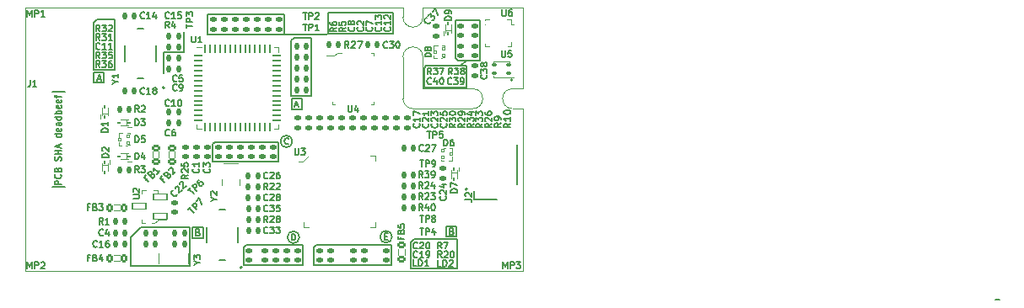
<source format=gbr>
%TF.GenerationSoftware,KiCad,Pcbnew,6.0.10-86aedd382b~118~ubuntu22.04.1*%
%TF.CreationDate,2023-01-11T10:16:45+01:00*%
%TF.ProjectId,nuc-compute-cluster-environment-sensor,6e75632d-636f-46d7-9075-74652d636c75,rev?*%
%TF.SameCoordinates,Original*%
%TF.FileFunction,Legend,Top*%
%TF.FilePolarity,Positive*%
%FSLAX46Y46*%
G04 Gerber Fmt 4.6, Leading zero omitted, Abs format (unit mm)*
G04 Created by KiCad (PCBNEW 6.0.10-86aedd382b~118~ubuntu22.04.1) date 2023-01-11 10:16:45 commit a17aeb8*
%MOMM*%
%LPD*%
G01*
G04 APERTURE LIST*
G04 Aperture macros list*
%AMRoundRect*
0 Rectangle with rounded corners*
0 $1 Rounding radius*
0 $2 $3 $4 $5 $6 $7 $8 $9 X,Y pos of 4 corners*
0 Add a 4 corners polygon primitive as box body*
4,1,4,$2,$3,$4,$5,$6,$7,$8,$9,$2,$3,0*
0 Add four circle primitives for the rounded corners*
1,1,$1+$1,$2,$3*
1,1,$1+$1,$4,$5*
1,1,$1+$1,$6,$7*
1,1,$1+$1,$8,$9*
0 Add four rect primitives between the rounded corners*
20,1,$1+$1,$2,$3,$4,$5,0*
20,1,$1+$1,$4,$5,$6,$7,0*
20,1,$1+$1,$6,$7,$8,$9,0*
20,1,$1+$1,$8,$9,$2,$3,0*%
G04 Aperture macros list end*
%ADD10C,0.150000*%
%TA.AperFunction,Profile*%
%ADD11C,0.100000*%
%TD*%
%ADD12C,0.100000*%
%ADD13C,0.120000*%
%ADD14C,0.200000*%
%ADD15C,0.127000*%
%ADD16C,0.160000*%
%ADD17R,1.900000X1.100000*%
%ADD18R,2.000000X0.600000*%
%ADD19RoundRect,0.062500X0.062500X-0.117500X0.062500X0.117500X-0.062500X0.117500X-0.062500X-0.117500X0*%
%ADD20RoundRect,0.147500X-0.147500X-0.172500X0.147500X-0.172500X0.147500X0.172500X-0.147500X0.172500X0*%
%ADD21C,0.650000*%
%ADD22R,1.150000X0.600000*%
%ADD23R,1.150000X0.300000*%
%ADD24O,2.100000X1.050000*%
%ADD25O,2.000000X1.000000*%
%ADD26RoundRect,0.147500X0.147500X0.172500X-0.147500X0.172500X-0.147500X-0.172500X0.147500X-0.172500X0*%
%ADD27C,1.000000*%
%ADD28RoundRect,0.062500X-0.375000X-0.062500X0.375000X-0.062500X0.375000X0.062500X-0.375000X0.062500X0*%
%ADD29RoundRect,0.062500X-0.062500X-0.375000X0.062500X-0.375000X0.062500X0.375000X-0.062500X0.375000X0*%
%ADD30R,5.900000X5.900000*%
%ADD31R,1.550000X0.600000*%
%ADD32R,1.800000X1.200000*%
%ADD33C,5.400000*%
%ADD34RoundRect,0.050000X0.150000X-0.150000X0.150000X0.150000X-0.150000X0.150000X-0.150000X-0.150000X0*%
%ADD35RoundRect,0.147500X0.172500X-0.147500X0.172500X0.147500X-0.172500X0.147500X-0.172500X-0.147500X0*%
%ADD36RoundRect,0.147500X-0.172500X0.147500X-0.172500X-0.147500X0.172500X-0.147500X0.172500X0.147500X0*%
%ADD37R,0.500000X0.350000*%
%ADD38RoundRect,0.120000X0.280000X-0.180000X0.280000X0.180000X-0.280000X0.180000X-0.280000X-0.180000X0*%
%ADD39RoundRect,0.075000X0.175000X0.075000X-0.175000X0.075000X-0.175000X-0.075000X0.175000X-0.075000X0*%
%ADD40R,1.200000X1.800000*%
%ADD41RoundRect,0.120000X0.180000X0.280000X-0.180000X0.280000X-0.180000X-0.280000X0.180000X-0.280000X0*%
%ADD42RoundRect,0.070000X0.650000X0.300000X-0.650000X0.300000X-0.650000X-0.300000X0.650000X-0.300000X0*%
%ADD43R,0.800000X0.800000*%
%ADD44RoundRect,0.050000X-0.150000X0.150000X-0.150000X-0.150000X0.150000X-0.150000X0.150000X0.150000X0*%
%ADD45RoundRect,0.062500X0.117500X0.062500X-0.117500X0.062500X-0.117500X-0.062500X0.117500X-0.062500X0*%
%ADD46RoundRect,0.062500X-0.062500X0.117500X-0.062500X-0.117500X0.062500X-0.117500X0.062500X0.117500X0*%
%ADD47R,1.200000X0.300000*%
%ADD48R,0.300000X1.200000*%
G04 APERTURE END LIST*
D10*
X26750000Y23200000D02*
X27050000Y23500000D01*
X36750000Y600000D02*
X36750000Y2600000D01*
X43200000Y25150000D02*
X43200000Y25200000D01*
X9000000Y24950000D02*
X9000000Y25000000D01*
X42800000Y3200000D02*
X39150000Y3200000D01*
X29000000Y2350000D02*
X29250000Y2600000D01*
X26754152Y17350000D02*
X27804152Y17350000D01*
X27804152Y17350000D02*
X27804152Y16300000D01*
X27804152Y16300000D02*
X26754152Y16300000D01*
X26754152Y16300000D02*
X26754152Y17350000D01*
X40100000Y18500000D02*
X43950000Y18500000D01*
X25450000Y13000000D02*
X25450000Y11000000D01*
X29000000Y600000D02*
X29000000Y2300000D01*
X18850000Y11000000D02*
X18850000Y12800000D01*
X14050000Y22000000D02*
X13950000Y22000000D01*
X45700000Y21150000D02*
X43450000Y21150000D01*
X36854152Y3450000D02*
G75*
G03*
X36854152Y3450000I-604152J0D01*
G01*
X8950000Y20250000D02*
X9000000Y20250000D01*
X29050000Y600000D02*
X29000000Y600000D01*
X26750000Y17700000D02*
X26750000Y17650000D01*
X30400000Y26000000D02*
X30400000Y24150000D01*
X30200000Y23800000D02*
X30250000Y23800000D01*
X28750000Y23200000D02*
X28750000Y23500000D01*
X40100000Y20450000D02*
X40100000Y18550000D01*
X14050000Y22000000D02*
X15850000Y22000000D01*
X26750000Y17650000D02*
X28750000Y17650000D01*
X9000000Y25000000D02*
X9000000Y25350000D01*
X29000000Y2300000D02*
X29000000Y2350000D01*
X43350000Y3200000D02*
X43350000Y250000D01*
X43200000Y25150000D02*
X43200000Y21400000D01*
X9000000Y25350000D02*
X7650000Y25350000D01*
X26050000Y23800000D02*
X18350000Y23800000D01*
X26050000Y25800000D02*
X26050000Y23800000D01*
X42275000Y4500000D02*
X43325000Y4500000D01*
X43325000Y4500000D02*
X43325000Y3450000D01*
X43325000Y3450000D02*
X42275000Y3450000D01*
X42275000Y3450000D02*
X42275000Y4500000D01*
X39150000Y3200000D02*
X39100000Y3200000D01*
X36950000Y26000000D02*
X31250000Y26000000D01*
X45700000Y25200000D02*
X45700000Y21250000D01*
X6900000Y25000000D02*
X6900000Y20300000D01*
X18850000Y12800000D02*
X19050000Y13000000D01*
X42850000Y3200000D02*
X43350000Y3200000D01*
X11650000Y4400000D02*
X10650000Y3400000D01*
X36950000Y23900000D02*
X36950000Y25950000D01*
X30250000Y23800000D02*
X30300000Y23800000D01*
X10650000Y500000D02*
X10650000Y3400000D01*
X31250000Y26000000D02*
X30500000Y26000000D01*
X45700000Y21250000D02*
X45700000Y21150000D01*
X29300000Y2600000D02*
X29250000Y2600000D01*
X42750000Y250000D02*
X42850000Y250000D01*
X42650000Y250000D02*
X42750000Y250000D01*
X30500000Y26000000D02*
X30400000Y26000000D01*
X27900000Y2600000D02*
X22200000Y2600000D01*
X40300000Y20650000D02*
X40100000Y20450000D01*
X42800000Y3200000D02*
X42850000Y3200000D01*
X30400000Y23950000D02*
X30400000Y23900000D01*
X9000000Y20250000D02*
X9000000Y24950000D01*
X30400000Y23900000D02*
X32100000Y23900000D01*
X44350000Y18500000D02*
X43950000Y18500000D01*
X11650000Y4400000D02*
X16550000Y4400000D01*
X39100000Y3200000D02*
X38750000Y2850000D01*
X30150000Y23800000D02*
X30200000Y23800000D01*
X36750000Y600000D02*
X29050000Y600000D01*
X26750000Y23200000D02*
X26750000Y17700000D01*
X6900000Y20300000D02*
X6900000Y20250000D01*
X28750000Y23500000D02*
X27050000Y23500000D01*
X42850000Y250000D02*
X43350000Y250000D01*
X6900000Y25000000D02*
X7250000Y25350000D01*
X38750000Y2850000D02*
X38750000Y300000D01*
X97800000Y-2900000D02*
X97400000Y-2900000D01*
X26050000Y23800000D02*
X30150000Y23800000D01*
X27850000Y600000D02*
X27900000Y600000D01*
X16550000Y500000D02*
X10650000Y500000D01*
X26854152Y13054152D02*
G75*
G03*
X26854152Y13054152I-604152J0D01*
G01*
X44100000Y20650000D02*
X44350000Y20650000D01*
X30300000Y23800000D02*
X30400000Y23900000D01*
X40100000Y18550000D02*
X40100000Y18500000D01*
X15950000Y22000000D02*
X15950000Y24050000D01*
X19050000Y13000000D02*
X25400000Y13000000D01*
X43750000Y20650000D02*
X44350000Y21150000D01*
X21950000Y2350000D02*
X21950000Y650000D01*
X16550000Y4400000D02*
X16550000Y500000D01*
X36750000Y2600000D02*
X29300000Y2600000D01*
X22200000Y2600000D02*
X21950000Y2350000D01*
X30400000Y23950000D02*
X30400000Y24150000D01*
X15900000Y22000000D02*
X15950000Y22000000D01*
X32100000Y23900000D02*
X36900000Y23900000D01*
X15850000Y22000000D02*
X15900000Y22000000D01*
X25400000Y13000000D02*
X25450000Y13000000D01*
X21950000Y600000D02*
X21950000Y650000D01*
X36900000Y23900000D02*
X36950000Y23900000D01*
X44350000Y20650000D02*
X44350000Y18500000D01*
X27900000Y600000D02*
X27900000Y2600000D01*
X6900000Y20250000D02*
X8950000Y20250000D01*
X7250000Y25350000D02*
X7650000Y25350000D01*
X25450000Y11000000D02*
X18850000Y11000000D01*
X6904152Y19995848D02*
X7954152Y19995848D01*
X7954152Y19995848D02*
X7954152Y18945848D01*
X7954152Y18945848D02*
X6904152Y18945848D01*
X6904152Y18945848D02*
X6904152Y19995848D01*
X38750000Y350000D02*
X38750000Y300000D01*
X44100000Y20650000D02*
X40300000Y20650000D01*
X27554152Y3404152D02*
G75*
G03*
X27554152Y3404152I-604152J0D01*
G01*
X18350000Y23800000D02*
X18350000Y25800000D01*
X43200000Y25200000D02*
X45700000Y25200000D01*
X36950000Y25950000D02*
X36950000Y26000000D01*
X18350000Y25800000D02*
X26050000Y25800000D01*
X38750000Y250000D02*
X42650000Y250000D01*
X13950000Y22000000D02*
X13950000Y19950000D01*
X43450000Y21150000D02*
X43200000Y21400000D01*
X21950000Y600000D02*
X27850000Y600000D01*
X28750000Y17650000D02*
X28750000Y23200000D01*
X16825000Y4400000D02*
X17875000Y4400000D01*
X17875000Y4400000D02*
X17875000Y3350000D01*
X17875000Y3350000D02*
X16825000Y3350000D01*
X16825000Y3350000D02*
X16825000Y4400000D01*
D11*
X50000000Y18350000D02*
X50000000Y26500000D01*
X48950000Y18350000D02*
G75*
G03*
X48950000Y16350000I0J-1000000D01*
G01*
X44950000Y16350000D02*
G75*
G03*
X44950000Y18350000I0J1000000D01*
G01*
X50000000Y16350000D02*
X50000000Y0D01*
X39950000Y26500000D02*
X50000000Y26500000D01*
X0Y26500000D02*
X0Y0D01*
X48950000Y16350000D02*
X50000000Y16350000D01*
X37950000Y26500000D02*
X0Y26500000D01*
X37948194Y17351594D02*
G75*
G03*
X38948209Y16351594I1000006J6D01*
G01*
X39950000Y18350000D02*
X44950000Y18350000D01*
X39950000Y18350000D02*
X39950000Y21550000D01*
X37950000Y25550000D02*
X37950000Y26500000D01*
X37950000Y21550000D02*
X37948209Y17351594D01*
X39950000Y21550000D02*
G75*
G03*
X37950000Y21550000I-1000000J0D01*
G01*
X48950000Y18350000D02*
X50000000Y18350000D01*
X39950000Y25550000D02*
X39950000Y26500000D01*
X37950000Y25550000D02*
G75*
G03*
X39950000Y25550000I1000000J0D01*
G01*
X38948209Y16351594D02*
X44950000Y16350000D01*
X0Y0D02*
X50000000Y0D01*
D10*
X36110714Y3492277D02*
X36327380Y3492277D01*
X36420238Y3151801D02*
X36110714Y3151801D01*
X36110714Y3801801D01*
X36420238Y3801801D01*
X27095238Y16691667D02*
X27404761Y16691667D01*
X27033333Y16505953D02*
X27250000Y17155953D01*
X27466666Y16505953D01*
X26451190Y12817858D02*
X26420238Y12786905D01*
X26327380Y12755953D01*
X26265476Y12755953D01*
X26172619Y12786905D01*
X26110714Y12848810D01*
X26079761Y12910715D01*
X26048809Y13034524D01*
X26048809Y13127381D01*
X26079761Y13251191D01*
X26110714Y13313096D01*
X26172619Y13375000D01*
X26265476Y13405953D01*
X26327380Y13405953D01*
X26420238Y13375000D01*
X26451190Y13344048D01*
X42871428Y3996429D02*
X42964285Y3965477D01*
X42995238Y3934524D01*
X43026190Y3872620D01*
X43026190Y3779762D01*
X42995238Y3717858D01*
X42964285Y3686905D01*
X42902380Y3655953D01*
X42654761Y3655953D01*
X42654761Y4305953D01*
X42871428Y4305953D01*
X42933333Y4275000D01*
X42964285Y4244048D01*
X42995238Y4182143D01*
X42995238Y4120239D01*
X42964285Y4058334D01*
X42933333Y4027381D01*
X42871428Y3996429D01*
X42654761Y3996429D01*
X7295238Y19341667D02*
X7604761Y19341667D01*
X7233333Y19155953D02*
X7450000Y19805953D01*
X7666666Y19155953D01*
X26779761Y3105953D02*
X26779761Y3755953D01*
X26934523Y3755953D01*
X27027380Y3725000D01*
X27089285Y3663096D01*
X27120238Y3601191D01*
X27151190Y3477381D01*
X27151190Y3384524D01*
X27120238Y3260715D01*
X27089285Y3198810D01*
X27027380Y3136905D01*
X26934523Y3105953D01*
X26779761Y3105953D01*
X17396428Y3896429D02*
X17489285Y3865477D01*
X17520238Y3834524D01*
X17551190Y3772620D01*
X17551190Y3679762D01*
X17520238Y3617858D01*
X17489285Y3586905D01*
X17427380Y3555953D01*
X17179761Y3555953D01*
X17179761Y4205953D01*
X17396428Y4205953D01*
X17458333Y4175000D01*
X17489285Y4144048D01*
X17520238Y4082143D01*
X17520238Y4020239D01*
X17489285Y3958334D01*
X17458333Y3927381D01*
X17396428Y3896429D01*
X17179761Y3896429D01*
X3644047Y8708334D02*
X2994047Y8708334D01*
X2994047Y8955953D01*
X3025000Y9017858D01*
X3055952Y9048810D01*
X3117857Y9079762D01*
X3210714Y9079762D01*
X3272619Y9048810D01*
X3303571Y9017858D01*
X3334523Y8955953D01*
X3334523Y8708334D01*
X3582142Y9729762D02*
X3613095Y9698810D01*
X3644047Y9605953D01*
X3644047Y9544048D01*
X3613095Y9451191D01*
X3551190Y9389286D01*
X3489285Y9358334D01*
X3365476Y9327381D01*
X3272619Y9327381D01*
X3148809Y9358334D01*
X3086904Y9389286D01*
X3025000Y9451191D01*
X2994047Y9544048D01*
X2994047Y9605953D01*
X3025000Y9698810D01*
X3055952Y9729762D01*
X3303571Y10225000D02*
X3334523Y10317858D01*
X3365476Y10348810D01*
X3427380Y10379762D01*
X3520238Y10379762D01*
X3582142Y10348810D01*
X3613095Y10317858D01*
X3644047Y10255953D01*
X3644047Y10008334D01*
X2994047Y10008334D01*
X2994047Y10225000D01*
X3025000Y10286905D01*
X3055952Y10317858D01*
X3117857Y10348810D01*
X3179761Y10348810D01*
X3241666Y10317858D01*
X3272619Y10286905D01*
X3303571Y10225000D01*
X3303571Y10008334D01*
X3613095Y11122620D02*
X3644047Y11215477D01*
X3644047Y11370239D01*
X3613095Y11432143D01*
X3582142Y11463096D01*
X3520238Y11494048D01*
X3458333Y11494048D01*
X3396428Y11463096D01*
X3365476Y11432143D01*
X3334523Y11370239D01*
X3303571Y11246429D01*
X3272619Y11184524D01*
X3241666Y11153572D01*
X3179761Y11122620D01*
X3117857Y11122620D01*
X3055952Y11153572D01*
X3025000Y11184524D01*
X2994047Y11246429D01*
X2994047Y11401191D01*
X3025000Y11494048D01*
X3644047Y11772620D02*
X2994047Y11772620D01*
X3303571Y11772620D02*
X3303571Y12144048D01*
X3644047Y12144048D02*
X2994047Y12144048D01*
X3458333Y12422620D02*
X3458333Y12732143D01*
X3644047Y12360715D02*
X2994047Y12577381D01*
X3644047Y12794048D01*
X3644047Y13784524D02*
X2994047Y13784524D01*
X3613095Y13784524D02*
X3644047Y13722620D01*
X3644047Y13598810D01*
X3613095Y13536905D01*
X3582142Y13505953D01*
X3520238Y13475000D01*
X3334523Y13475000D01*
X3272619Y13505953D01*
X3241666Y13536905D01*
X3210714Y13598810D01*
X3210714Y13722620D01*
X3241666Y13784524D01*
X3613095Y14341667D02*
X3644047Y14279762D01*
X3644047Y14155953D01*
X3613095Y14094048D01*
X3551190Y14063096D01*
X3303571Y14063096D01*
X3241666Y14094048D01*
X3210714Y14155953D01*
X3210714Y14279762D01*
X3241666Y14341667D01*
X3303571Y14372620D01*
X3365476Y14372620D01*
X3427380Y14063096D01*
X3644047Y14929762D02*
X3303571Y14929762D01*
X3241666Y14898810D01*
X3210714Y14836905D01*
X3210714Y14713096D01*
X3241666Y14651191D01*
X3613095Y14929762D02*
X3644047Y14867858D01*
X3644047Y14713096D01*
X3613095Y14651191D01*
X3551190Y14620239D01*
X3489285Y14620239D01*
X3427380Y14651191D01*
X3396428Y14713096D01*
X3396428Y14867858D01*
X3365476Y14929762D01*
X3644047Y15517858D02*
X2994047Y15517858D01*
X3613095Y15517858D02*
X3644047Y15455953D01*
X3644047Y15332143D01*
X3613095Y15270239D01*
X3582142Y15239286D01*
X3520238Y15208334D01*
X3334523Y15208334D01*
X3272619Y15239286D01*
X3241666Y15270239D01*
X3210714Y15332143D01*
X3210714Y15455953D01*
X3241666Y15517858D01*
X3644047Y15827381D02*
X2994047Y15827381D01*
X3241666Y15827381D02*
X3210714Y15889286D01*
X3210714Y16013096D01*
X3241666Y16075000D01*
X3272619Y16105953D01*
X3334523Y16136905D01*
X3520238Y16136905D01*
X3582142Y16105953D01*
X3613095Y16075000D01*
X3644047Y16013096D01*
X3644047Y15889286D01*
X3613095Y15827381D01*
X3613095Y16663096D02*
X3644047Y16601191D01*
X3644047Y16477381D01*
X3613095Y16415477D01*
X3551190Y16384524D01*
X3303571Y16384524D01*
X3241666Y16415477D01*
X3210714Y16477381D01*
X3210714Y16601191D01*
X3241666Y16663096D01*
X3303571Y16694048D01*
X3365476Y16694048D01*
X3427380Y16384524D01*
X3613095Y17220239D02*
X3644047Y17158334D01*
X3644047Y17034524D01*
X3613095Y16972620D01*
X3551190Y16941667D01*
X3303571Y16941667D01*
X3241666Y16972620D01*
X3210714Y17034524D01*
X3210714Y17158334D01*
X3241666Y17220239D01*
X3303571Y17251191D01*
X3365476Y17251191D01*
X3427380Y16941667D01*
X3210714Y17436905D02*
X3210714Y17684524D01*
X3644047Y17529762D02*
X3086904Y17529762D01*
X3025000Y17560715D01*
X2994047Y17622620D01*
X2994047Y17684524D01*
%TO.C,Y2*%
X18984523Y7240477D02*
X19294047Y7240477D01*
X18644047Y7023810D02*
X18984523Y7240477D01*
X18644047Y7457143D01*
X18705952Y7642858D02*
X18675000Y7673810D01*
X18644047Y7735715D01*
X18644047Y7890477D01*
X18675000Y7952381D01*
X18705952Y7983334D01*
X18767857Y8014286D01*
X18829761Y8014286D01*
X18922619Y7983334D01*
X19294047Y7611905D01*
X19294047Y8014286D01*
%TO.C,U4*%
X32454761Y16655953D02*
X32454761Y16129762D01*
X32485714Y16067858D01*
X32516666Y16036905D01*
X32578571Y16005953D01*
X32702380Y16005953D01*
X32764285Y16036905D01*
X32795238Y16067858D01*
X32826190Y16129762D01*
X32826190Y16655953D01*
X33414285Y16439286D02*
X33414285Y16005953D01*
X33259523Y16686905D02*
X33104761Y16222620D01*
X33507142Y16222620D01*
%TO.C,D1*%
X8344047Y14020239D02*
X7694047Y14020239D01*
X7694047Y14175000D01*
X7725000Y14267858D01*
X7786904Y14329762D01*
X7848809Y14360715D01*
X7972619Y14391667D01*
X8065476Y14391667D01*
X8189285Y14360715D01*
X8251190Y14329762D01*
X8313095Y14267858D01*
X8344047Y14175000D01*
X8344047Y14020239D01*
X8344047Y15010715D02*
X8344047Y14639286D01*
X8344047Y14825000D02*
X7694047Y14825000D01*
X7786904Y14763096D01*
X7848809Y14701191D01*
X7879761Y14639286D01*
%TO.C,C10*%
X14482142Y16667858D02*
X14451190Y16636905D01*
X14358333Y16605953D01*
X14296428Y16605953D01*
X14203571Y16636905D01*
X14141666Y16698810D01*
X14110714Y16760715D01*
X14079761Y16884524D01*
X14079761Y16977381D01*
X14110714Y17101191D01*
X14141666Y17163096D01*
X14203571Y17225000D01*
X14296428Y17255953D01*
X14358333Y17255953D01*
X14451190Y17225000D01*
X14482142Y17194048D01*
X15101190Y16605953D02*
X14729761Y16605953D01*
X14915476Y16605953D02*
X14915476Y17255953D01*
X14853571Y17163096D01*
X14791666Y17101191D01*
X14729761Y17070239D01*
X15503571Y17255953D02*
X15565476Y17255953D01*
X15627380Y17225000D01*
X15658333Y17194048D01*
X15689285Y17132143D01*
X15720238Y17008334D01*
X15720238Y16853572D01*
X15689285Y16729762D01*
X15658333Y16667858D01*
X15627380Y16636905D01*
X15565476Y16605953D01*
X15503571Y16605953D01*
X15441666Y16636905D01*
X15410714Y16667858D01*
X15379761Y16729762D01*
X15348809Y16853572D01*
X15348809Y17008334D01*
X15379761Y17132143D01*
X15410714Y17194048D01*
X15441666Y17225000D01*
X15503571Y17255953D01*
%TO.C,C20*%
X39382142Y2317858D02*
X39351190Y2286905D01*
X39258333Y2255953D01*
X39196428Y2255953D01*
X39103571Y2286905D01*
X39041666Y2348810D01*
X39010714Y2410715D01*
X38979761Y2534524D01*
X38979761Y2627381D01*
X39010714Y2751191D01*
X39041666Y2813096D01*
X39103571Y2875000D01*
X39196428Y2905953D01*
X39258333Y2905953D01*
X39351190Y2875000D01*
X39382142Y2844048D01*
X39629761Y2844048D02*
X39660714Y2875000D01*
X39722619Y2905953D01*
X39877380Y2905953D01*
X39939285Y2875000D01*
X39970238Y2844048D01*
X40001190Y2782143D01*
X40001190Y2720239D01*
X39970238Y2627381D01*
X39598809Y2255953D01*
X40001190Y2255953D01*
X40403571Y2905953D02*
X40465476Y2905953D01*
X40527380Y2875000D01*
X40558333Y2844048D01*
X40589285Y2782143D01*
X40620238Y2658334D01*
X40620238Y2503572D01*
X40589285Y2379762D01*
X40558333Y2317858D01*
X40527380Y2286905D01*
X40465476Y2255953D01*
X40403571Y2255953D01*
X40341666Y2286905D01*
X40310714Y2317858D01*
X40279761Y2379762D01*
X40248809Y2503572D01*
X40248809Y2658334D01*
X40279761Y2782143D01*
X40310714Y2844048D01*
X40341666Y2875000D01*
X40403571Y2905953D01*
%TO.C,J1*%
X533333Y19205953D02*
X533333Y18741667D01*
X502380Y18648810D01*
X440476Y18586905D01*
X347619Y18555953D01*
X285714Y18555953D01*
X1183333Y18555953D02*
X811904Y18555953D01*
X997619Y18555953D02*
X997619Y19205953D01*
X935714Y19113096D01*
X873809Y19051191D01*
X811904Y19020239D01*
%TO.C,C11*%
X7532142Y22367858D02*
X7501190Y22336905D01*
X7408333Y22305953D01*
X7346428Y22305953D01*
X7253571Y22336905D01*
X7191666Y22398810D01*
X7160714Y22460715D01*
X7129761Y22584524D01*
X7129761Y22677381D01*
X7160714Y22801191D01*
X7191666Y22863096D01*
X7253571Y22925000D01*
X7346428Y22955953D01*
X7408333Y22955953D01*
X7501190Y22925000D01*
X7532142Y22894048D01*
X8151190Y22305953D02*
X7779761Y22305953D01*
X7965476Y22305953D02*
X7965476Y22955953D01*
X7903571Y22863096D01*
X7841666Y22801191D01*
X7779761Y22770239D01*
X8770238Y22305953D02*
X8398809Y22305953D01*
X8584523Y22305953D02*
X8584523Y22955953D01*
X8522619Y22863096D01*
X8460714Y22801191D01*
X8398809Y22770239D01*
%TO.C,R3*%
X11441666Y9905953D02*
X11225000Y10215477D01*
X11070238Y9905953D02*
X11070238Y10555953D01*
X11317857Y10555953D01*
X11379761Y10525000D01*
X11410714Y10494048D01*
X11441666Y10432143D01*
X11441666Y10339286D01*
X11410714Y10277381D01*
X11379761Y10246429D01*
X11317857Y10215477D01*
X11070238Y10215477D01*
X11658333Y10555953D02*
X12060714Y10555953D01*
X11844047Y10308334D01*
X11936904Y10308334D01*
X11998809Y10277381D01*
X12029761Y10246429D01*
X12060714Y10184524D01*
X12060714Y10029762D01*
X12029761Y9967858D01*
X11998809Y9936905D01*
X11936904Y9905953D01*
X11751190Y9905953D01*
X11689285Y9936905D01*
X11658333Y9967858D01*
%TO.C,C5*%
X15241666Y19117858D02*
X15210714Y19086905D01*
X15117857Y19055953D01*
X15055952Y19055953D01*
X14963095Y19086905D01*
X14901190Y19148810D01*
X14870238Y19210715D01*
X14839285Y19334524D01*
X14839285Y19427381D01*
X14870238Y19551191D01*
X14901190Y19613096D01*
X14963095Y19675000D01*
X15055952Y19705953D01*
X15117857Y19705953D01*
X15210714Y19675000D01*
X15241666Y19644048D01*
X15829761Y19705953D02*
X15520238Y19705953D01*
X15489285Y19396429D01*
X15520238Y19427381D01*
X15582142Y19458334D01*
X15736904Y19458334D01*
X15798809Y19427381D01*
X15829761Y19396429D01*
X15860714Y19334524D01*
X15860714Y19179762D01*
X15829761Y19117858D01*
X15798809Y19086905D01*
X15736904Y19055953D01*
X15582142Y19055953D01*
X15520238Y19086905D01*
X15489285Y19117858D01*
%TO.C,TP7*%
X16368307Y6221701D02*
X16630947Y6484341D01*
X16959246Y5893401D02*
X16499627Y6353021D01*
X17243773Y6177928D02*
X16784153Y6637547D01*
X16959246Y6812640D01*
X17024906Y6834527D01*
X17068680Y6834527D01*
X17134340Y6812640D01*
X17200000Y6746980D01*
X17221886Y6681320D01*
X17221886Y6637547D01*
X17200000Y6571887D01*
X17024906Y6396794D01*
X17199999Y7053393D02*
X17506412Y7359806D01*
X17769052Y6703207D01*
%TO.C,U1*%
X16754761Y23655953D02*
X16754761Y23129762D01*
X16785714Y23067858D01*
X16816666Y23036905D01*
X16878571Y23005953D01*
X17002380Y23005953D01*
X17064285Y23036905D01*
X17095238Y23067858D01*
X17126190Y23129762D01*
X17126190Y23655953D01*
X17776190Y23005953D02*
X17404761Y23005953D01*
X17590476Y23005953D02*
X17590476Y23655953D01*
X17528571Y23563096D01*
X17466666Y23501191D01*
X17404761Y23470239D01*
%TO.C,J2*%
X44194047Y7233334D02*
X44658333Y7233334D01*
X44751190Y7202381D01*
X44813095Y7140477D01*
X44844047Y7047620D01*
X44844047Y6985715D01*
X44255952Y7511905D02*
X44225000Y7542858D01*
X44194047Y7604762D01*
X44194047Y7759524D01*
X44225000Y7821429D01*
X44255952Y7852381D01*
X44317857Y7883334D01*
X44379761Y7883334D01*
X44472619Y7852381D01*
X44844047Y7480953D01*
X44844047Y7883334D01*
%TO.C,R40*%
X39932142Y6105953D02*
X39715476Y6415477D01*
X39560714Y6105953D02*
X39560714Y6755953D01*
X39808333Y6755953D01*
X39870238Y6725000D01*
X39901190Y6694048D01*
X39932142Y6632143D01*
X39932142Y6539286D01*
X39901190Y6477381D01*
X39870238Y6446429D01*
X39808333Y6415477D01*
X39560714Y6415477D01*
X40489285Y6539286D02*
X40489285Y6105953D01*
X40334523Y6786905D02*
X40179761Y6322620D01*
X40582142Y6322620D01*
X40953571Y6755953D02*
X41015476Y6755953D01*
X41077380Y6725000D01*
X41108333Y6694048D01*
X41139285Y6632143D01*
X41170238Y6508334D01*
X41170238Y6353572D01*
X41139285Y6229762D01*
X41108333Y6167858D01*
X41077380Y6136905D01*
X41015476Y6105953D01*
X40953571Y6105953D01*
X40891666Y6136905D01*
X40860714Y6167858D01*
X40829761Y6229762D01*
X40798809Y6353572D01*
X40798809Y6508334D01*
X40829761Y6632143D01*
X40860714Y6694048D01*
X40891666Y6725000D01*
X40953571Y6755953D01*
%TO.C,MP1*%
X248809Y25605953D02*
X248809Y26255953D01*
X465476Y25791667D01*
X682142Y26255953D01*
X682142Y25605953D01*
X991666Y25605953D02*
X991666Y26255953D01*
X1239285Y26255953D01*
X1301190Y26225000D01*
X1332142Y26194048D01*
X1363095Y26132143D01*
X1363095Y26039286D01*
X1332142Y25977381D01*
X1301190Y25946429D01*
X1239285Y25915477D01*
X991666Y25915477D01*
X1982142Y25605953D02*
X1610714Y25605953D01*
X1796428Y25605953D02*
X1796428Y26255953D01*
X1734523Y26163096D01*
X1672619Y26101191D01*
X1610714Y26070239D01*
%TO.C,C19*%
X39382142Y1417858D02*
X39351190Y1386905D01*
X39258333Y1355953D01*
X39196428Y1355953D01*
X39103571Y1386905D01*
X39041666Y1448810D01*
X39010714Y1510715D01*
X38979761Y1634524D01*
X38979761Y1727381D01*
X39010714Y1851191D01*
X39041666Y1913096D01*
X39103571Y1975000D01*
X39196428Y2005953D01*
X39258333Y2005953D01*
X39351190Y1975000D01*
X39382142Y1944048D01*
X40001190Y1355953D02*
X39629761Y1355953D01*
X39815476Y1355953D02*
X39815476Y2005953D01*
X39753571Y1913096D01*
X39691666Y1851191D01*
X39629761Y1820239D01*
X40310714Y1355953D02*
X40434523Y1355953D01*
X40496428Y1386905D01*
X40527380Y1417858D01*
X40589285Y1510715D01*
X40620238Y1634524D01*
X40620238Y1882143D01*
X40589285Y1944048D01*
X40558333Y1975000D01*
X40496428Y2005953D01*
X40372619Y2005953D01*
X40310714Y1975000D01*
X40279761Y1944048D01*
X40248809Y1882143D01*
X40248809Y1727381D01*
X40279761Y1665477D01*
X40310714Y1634524D01*
X40372619Y1603572D01*
X40496428Y1603572D01*
X40558333Y1634524D01*
X40589285Y1665477D01*
X40620238Y1727381D01*
%TO.C,D5*%
X11070238Y12955953D02*
X11070238Y13605953D01*
X11225000Y13605953D01*
X11317857Y13575000D01*
X11379761Y13513096D01*
X11410714Y13451191D01*
X11441666Y13327381D01*
X11441666Y13234524D01*
X11410714Y13110715D01*
X11379761Y13048810D01*
X11317857Y12986905D01*
X11225000Y12955953D01*
X11070238Y12955953D01*
X12029761Y13605953D02*
X11720238Y13605953D01*
X11689285Y13296429D01*
X11720238Y13327381D01*
X11782142Y13358334D01*
X11936904Y13358334D01*
X11998809Y13327381D01*
X12029761Y13296429D01*
X12060714Y13234524D01*
X12060714Y13079762D01*
X12029761Y13017858D01*
X11998809Y12986905D01*
X11936904Y12955953D01*
X11782142Y12955953D01*
X11720238Y12986905D01*
X11689285Y13017858D01*
%TO.C,R25*%
X16394047Y9682143D02*
X16084523Y9465477D01*
X16394047Y9310715D02*
X15744047Y9310715D01*
X15744047Y9558334D01*
X15775000Y9620239D01*
X15805952Y9651191D01*
X15867857Y9682143D01*
X15960714Y9682143D01*
X16022619Y9651191D01*
X16053571Y9620239D01*
X16084523Y9558334D01*
X16084523Y9310715D01*
X15805952Y9929762D02*
X15775000Y9960715D01*
X15744047Y10022620D01*
X15744047Y10177381D01*
X15775000Y10239286D01*
X15805952Y10270239D01*
X15867857Y10301191D01*
X15929761Y10301191D01*
X16022619Y10270239D01*
X16394047Y9898810D01*
X16394047Y10301191D01*
X15744047Y10889286D02*
X15744047Y10579762D01*
X16053571Y10548810D01*
X16022619Y10579762D01*
X15991666Y10641667D01*
X15991666Y10796429D01*
X16022619Y10858334D01*
X16053571Y10889286D01*
X16115476Y10920239D01*
X16270238Y10920239D01*
X16332142Y10889286D01*
X16363095Y10858334D01*
X16394047Y10796429D01*
X16394047Y10641667D01*
X16363095Y10579762D01*
X16332142Y10548810D01*
%TO.C,R20*%
X41832142Y1355953D02*
X41615476Y1665477D01*
X41460714Y1355953D02*
X41460714Y2005953D01*
X41708333Y2005953D01*
X41770238Y1975000D01*
X41801190Y1944048D01*
X41832142Y1882143D01*
X41832142Y1789286D01*
X41801190Y1727381D01*
X41770238Y1696429D01*
X41708333Y1665477D01*
X41460714Y1665477D01*
X42079761Y1944048D02*
X42110714Y1975000D01*
X42172619Y2005953D01*
X42327380Y2005953D01*
X42389285Y1975000D01*
X42420238Y1944048D01*
X42451190Y1882143D01*
X42451190Y1820239D01*
X42420238Y1727381D01*
X42048809Y1355953D01*
X42451190Y1355953D01*
X42853571Y2005953D02*
X42915476Y2005953D01*
X42977380Y1975000D01*
X43008333Y1944048D01*
X43039285Y1882143D01*
X43070238Y1758334D01*
X43070238Y1603572D01*
X43039285Y1479762D01*
X43008333Y1417858D01*
X42977380Y1386905D01*
X42915476Y1355953D01*
X42853571Y1355953D01*
X42791666Y1386905D01*
X42760714Y1417858D01*
X42729761Y1479762D01*
X42698809Y1603572D01*
X42698809Y1758334D01*
X42729761Y1882143D01*
X42760714Y1944048D01*
X42791666Y1975000D01*
X42853571Y2005953D01*
%TO.C,R6*%
X31294047Y24491667D02*
X30984523Y24275000D01*
X31294047Y24120239D02*
X30644047Y24120239D01*
X30644047Y24367858D01*
X30675000Y24429762D01*
X30705952Y24460715D01*
X30767857Y24491667D01*
X30860714Y24491667D01*
X30922619Y24460715D01*
X30953571Y24429762D01*
X30984523Y24367858D01*
X30984523Y24120239D01*
X30644047Y25048810D02*
X30644047Y24925000D01*
X30675000Y24863096D01*
X30705952Y24832143D01*
X30798809Y24770239D01*
X30922619Y24739286D01*
X31170238Y24739286D01*
X31232142Y24770239D01*
X31263095Y24801191D01*
X31294047Y24863096D01*
X31294047Y24986905D01*
X31263095Y25048810D01*
X31232142Y25079762D01*
X31170238Y25110715D01*
X31015476Y25110715D01*
X30953571Y25079762D01*
X30922619Y25048810D01*
X30891666Y24986905D01*
X30891666Y24863096D01*
X30922619Y24801191D01*
X30953571Y24770239D01*
X31015476Y24739286D01*
%TO.C,C28*%
X24382142Y7167858D02*
X24351190Y7136905D01*
X24258333Y7105953D01*
X24196428Y7105953D01*
X24103571Y7136905D01*
X24041666Y7198810D01*
X24010714Y7260715D01*
X23979761Y7384524D01*
X23979761Y7477381D01*
X24010714Y7601191D01*
X24041666Y7663096D01*
X24103571Y7725000D01*
X24196428Y7755953D01*
X24258333Y7755953D01*
X24351190Y7725000D01*
X24382142Y7694048D01*
X24629761Y7694048D02*
X24660714Y7725000D01*
X24722619Y7755953D01*
X24877380Y7755953D01*
X24939285Y7725000D01*
X24970238Y7694048D01*
X25001190Y7632143D01*
X25001190Y7570239D01*
X24970238Y7477381D01*
X24598809Y7105953D01*
X25001190Y7105953D01*
X25372619Y7477381D02*
X25310714Y7508334D01*
X25279761Y7539286D01*
X25248809Y7601191D01*
X25248809Y7632143D01*
X25279761Y7694048D01*
X25310714Y7725000D01*
X25372619Y7755953D01*
X25496428Y7755953D01*
X25558333Y7725000D01*
X25589285Y7694048D01*
X25620238Y7632143D01*
X25620238Y7601191D01*
X25589285Y7539286D01*
X25558333Y7508334D01*
X25496428Y7477381D01*
X25372619Y7477381D01*
X25310714Y7446429D01*
X25279761Y7415477D01*
X25248809Y7353572D01*
X25248809Y7229762D01*
X25279761Y7167858D01*
X25310714Y7136905D01*
X25372619Y7105953D01*
X25496428Y7105953D01*
X25558333Y7136905D01*
X25589285Y7167858D01*
X25620238Y7229762D01*
X25620238Y7353572D01*
X25589285Y7415477D01*
X25558333Y7446429D01*
X25496428Y7477381D01*
%TO.C,C18*%
X11982142Y17867858D02*
X11951190Y17836905D01*
X11858333Y17805953D01*
X11796428Y17805953D01*
X11703571Y17836905D01*
X11641666Y17898810D01*
X11610714Y17960715D01*
X11579761Y18084524D01*
X11579761Y18177381D01*
X11610714Y18301191D01*
X11641666Y18363096D01*
X11703571Y18425000D01*
X11796428Y18455953D01*
X11858333Y18455953D01*
X11951190Y18425000D01*
X11982142Y18394048D01*
X12601190Y17805953D02*
X12229761Y17805953D01*
X12415476Y17805953D02*
X12415476Y18455953D01*
X12353571Y18363096D01*
X12291666Y18301191D01*
X12229761Y18270239D01*
X12972619Y18177381D02*
X12910714Y18208334D01*
X12879761Y18239286D01*
X12848809Y18301191D01*
X12848809Y18332143D01*
X12879761Y18394048D01*
X12910714Y18425000D01*
X12972619Y18455953D01*
X13096428Y18455953D01*
X13158333Y18425000D01*
X13189285Y18394048D01*
X13220238Y18332143D01*
X13220238Y18301191D01*
X13189285Y18239286D01*
X13158333Y18208334D01*
X13096428Y18177381D01*
X12972619Y18177381D01*
X12910714Y18146429D01*
X12879761Y18115477D01*
X12848809Y18053572D01*
X12848809Y17929762D01*
X12879761Y17867858D01*
X12910714Y17836905D01*
X12972619Y17805953D01*
X13096428Y17805953D01*
X13158333Y17836905D01*
X13189285Y17867858D01*
X13220238Y17929762D01*
X13220238Y18053572D01*
X13189285Y18115477D01*
X13158333Y18146429D01*
X13096428Y18177381D01*
%TO.C,C30*%
X36382142Y22517858D02*
X36351190Y22486905D01*
X36258333Y22455953D01*
X36196428Y22455953D01*
X36103571Y22486905D01*
X36041666Y22548810D01*
X36010714Y22610715D01*
X35979761Y22734524D01*
X35979761Y22827381D01*
X36010714Y22951191D01*
X36041666Y23013096D01*
X36103571Y23075000D01*
X36196428Y23105953D01*
X36258333Y23105953D01*
X36351190Y23075000D01*
X36382142Y23044048D01*
X36598809Y23105953D02*
X37001190Y23105953D01*
X36784523Y22858334D01*
X36877380Y22858334D01*
X36939285Y22827381D01*
X36970238Y22796429D01*
X37001190Y22734524D01*
X37001190Y22579762D01*
X36970238Y22517858D01*
X36939285Y22486905D01*
X36877380Y22455953D01*
X36691666Y22455953D01*
X36629761Y22486905D01*
X36598809Y22517858D01*
X37403571Y23105953D02*
X37465476Y23105953D01*
X37527380Y23075000D01*
X37558333Y23044048D01*
X37589285Y22982143D01*
X37620238Y22858334D01*
X37620238Y22703572D01*
X37589285Y22579762D01*
X37558333Y22517858D01*
X37527380Y22486905D01*
X37465476Y22455953D01*
X37403571Y22455953D01*
X37341666Y22486905D01*
X37310714Y22517858D01*
X37279761Y22579762D01*
X37248809Y22703572D01*
X37248809Y22858334D01*
X37279761Y22982143D01*
X37310714Y23044048D01*
X37341666Y23075000D01*
X37403571Y23105953D01*
%TO.C,TP8*%
X39629761Y5605953D02*
X40001190Y5605953D01*
X39815476Y4955953D02*
X39815476Y5605953D01*
X40217857Y4955953D02*
X40217857Y5605953D01*
X40465476Y5605953D01*
X40527380Y5575000D01*
X40558333Y5544048D01*
X40589285Y5482143D01*
X40589285Y5389286D01*
X40558333Y5327381D01*
X40527380Y5296429D01*
X40465476Y5265477D01*
X40217857Y5265477D01*
X40960714Y5327381D02*
X40898809Y5358334D01*
X40867857Y5389286D01*
X40836904Y5451191D01*
X40836904Y5482143D01*
X40867857Y5544048D01*
X40898809Y5575000D01*
X40960714Y5605953D01*
X41084523Y5605953D01*
X41146428Y5575000D01*
X41177380Y5544048D01*
X41208333Y5482143D01*
X41208333Y5451191D01*
X41177380Y5389286D01*
X41146428Y5358334D01*
X41084523Y5327381D01*
X40960714Y5327381D01*
X40898809Y5296429D01*
X40867857Y5265477D01*
X40836904Y5203572D01*
X40836904Y5079762D01*
X40867857Y5017858D01*
X40898809Y4986905D01*
X40960714Y4955953D01*
X41084523Y4955953D01*
X41146428Y4986905D01*
X41177380Y5017858D01*
X41208333Y5079762D01*
X41208333Y5203572D01*
X41177380Y5265477D01*
X41146428Y5296429D01*
X41084523Y5327381D01*
%TO.C,R5*%
X32194047Y24491667D02*
X31884523Y24275000D01*
X32194047Y24120239D02*
X31544047Y24120239D01*
X31544047Y24367858D01*
X31575000Y24429762D01*
X31605952Y24460715D01*
X31667857Y24491667D01*
X31760714Y24491667D01*
X31822619Y24460715D01*
X31853571Y24429762D01*
X31884523Y24367858D01*
X31884523Y24120239D01*
X31544047Y25079762D02*
X31544047Y24770239D01*
X31853571Y24739286D01*
X31822619Y24770239D01*
X31791666Y24832143D01*
X31791666Y24986905D01*
X31822619Y25048810D01*
X31853571Y25079762D01*
X31915476Y25110715D01*
X32070238Y25110715D01*
X32132142Y25079762D01*
X32163095Y25048810D01*
X32194047Y24986905D01*
X32194047Y24832143D01*
X32163095Y24770239D01*
X32132142Y24739286D01*
%TO.C,U6*%
X47904761Y26305953D02*
X47904761Y25779762D01*
X47935714Y25717858D01*
X47966666Y25686905D01*
X48028571Y25655953D01*
X48152380Y25655953D01*
X48214285Y25686905D01*
X48245238Y25717858D01*
X48276190Y25779762D01*
X48276190Y26305953D01*
X48864285Y26305953D02*
X48740476Y26305953D01*
X48678571Y26275000D01*
X48647619Y26244048D01*
X48585714Y26151191D01*
X48554761Y26027381D01*
X48554761Y25779762D01*
X48585714Y25717858D01*
X48616666Y25686905D01*
X48678571Y25655953D01*
X48802380Y25655953D01*
X48864285Y25686905D01*
X48895238Y25717858D01*
X48926190Y25779762D01*
X48926190Y25934524D01*
X48895238Y25996429D01*
X48864285Y26027381D01*
X48802380Y26058334D01*
X48678571Y26058334D01*
X48616666Y26027381D01*
X48585714Y25996429D01*
X48554761Y25934524D01*
%TO.C,R7*%
X41841666Y2255953D02*
X41625000Y2565477D01*
X41470238Y2255953D02*
X41470238Y2905953D01*
X41717857Y2905953D01*
X41779761Y2875000D01*
X41810714Y2844048D01*
X41841666Y2782143D01*
X41841666Y2689286D01*
X41810714Y2627381D01*
X41779761Y2596429D01*
X41717857Y2565477D01*
X41470238Y2565477D01*
X42058333Y2905953D02*
X42491666Y2905953D01*
X42213095Y2255953D01*
%TO.C,R26*%
X46844047Y14832143D02*
X46534523Y14615477D01*
X46844047Y14460715D02*
X46194047Y14460715D01*
X46194047Y14708334D01*
X46225000Y14770239D01*
X46255952Y14801191D01*
X46317857Y14832143D01*
X46410714Y14832143D01*
X46472619Y14801191D01*
X46503571Y14770239D01*
X46534523Y14708334D01*
X46534523Y14460715D01*
X46255952Y15079762D02*
X46225000Y15110715D01*
X46194047Y15172620D01*
X46194047Y15327381D01*
X46225000Y15389286D01*
X46255952Y15420239D01*
X46317857Y15451191D01*
X46379761Y15451191D01*
X46472619Y15420239D01*
X46844047Y15048810D01*
X46844047Y15451191D01*
X46194047Y16008334D02*
X46194047Y15884524D01*
X46225000Y15822620D01*
X46255952Y15791667D01*
X46348809Y15729762D01*
X46472619Y15698810D01*
X46720238Y15698810D01*
X46782142Y15729762D01*
X46813095Y15760715D01*
X46844047Y15822620D01*
X46844047Y15946429D01*
X46813095Y16008334D01*
X46782142Y16039286D01*
X46720238Y16070239D01*
X46565476Y16070239D01*
X46503571Y16039286D01*
X46472619Y16008334D01*
X46441666Y15946429D01*
X46441666Y15822620D01*
X46472619Y15760715D01*
X46503571Y15729762D01*
X46565476Y15698810D01*
%TO.C,R23*%
X39932142Y7205953D02*
X39715476Y7515477D01*
X39560714Y7205953D02*
X39560714Y7855953D01*
X39808333Y7855953D01*
X39870238Y7825000D01*
X39901190Y7794048D01*
X39932142Y7732143D01*
X39932142Y7639286D01*
X39901190Y7577381D01*
X39870238Y7546429D01*
X39808333Y7515477D01*
X39560714Y7515477D01*
X40179761Y7794048D02*
X40210714Y7825000D01*
X40272619Y7855953D01*
X40427380Y7855953D01*
X40489285Y7825000D01*
X40520238Y7794048D01*
X40551190Y7732143D01*
X40551190Y7670239D01*
X40520238Y7577381D01*
X40148809Y7205953D01*
X40551190Y7205953D01*
X40767857Y7855953D02*
X41170238Y7855953D01*
X40953571Y7608334D01*
X41046428Y7608334D01*
X41108333Y7577381D01*
X41139285Y7546429D01*
X41170238Y7484524D01*
X41170238Y7329762D01*
X41139285Y7267858D01*
X41108333Y7236905D01*
X41046428Y7205953D01*
X40860714Y7205953D01*
X40798809Y7236905D01*
X40767857Y7267858D01*
%TO.C,C8*%
X33032142Y24541667D02*
X33063095Y24510715D01*
X33094047Y24417858D01*
X33094047Y24355953D01*
X33063095Y24263096D01*
X33001190Y24201191D01*
X32939285Y24170239D01*
X32815476Y24139286D01*
X32722619Y24139286D01*
X32598809Y24170239D01*
X32536904Y24201191D01*
X32475000Y24263096D01*
X32444047Y24355953D01*
X32444047Y24417858D01*
X32475000Y24510715D01*
X32505952Y24541667D01*
X32722619Y24913096D02*
X32691666Y24851191D01*
X32660714Y24820239D01*
X32598809Y24789286D01*
X32567857Y24789286D01*
X32505952Y24820239D01*
X32475000Y24851191D01*
X32444047Y24913096D01*
X32444047Y25036905D01*
X32475000Y25098810D01*
X32505952Y25129762D01*
X32567857Y25160715D01*
X32598809Y25160715D01*
X32660714Y25129762D01*
X32691666Y25098810D01*
X32722619Y25036905D01*
X32722619Y24913096D01*
X32753571Y24851191D01*
X32784523Y24820239D01*
X32846428Y24789286D01*
X32970238Y24789286D01*
X33032142Y24820239D01*
X33063095Y24851191D01*
X33094047Y24913096D01*
X33094047Y25036905D01*
X33063095Y25098810D01*
X33032142Y25129762D01*
X32970238Y25160715D01*
X32846428Y25160715D01*
X32784523Y25129762D01*
X32753571Y25098810D01*
X32722619Y25036905D01*
%TO.C,C23*%
X41382142Y14832143D02*
X41413095Y14801191D01*
X41444047Y14708334D01*
X41444047Y14646429D01*
X41413095Y14553572D01*
X41351190Y14491667D01*
X41289285Y14460715D01*
X41165476Y14429762D01*
X41072619Y14429762D01*
X40948809Y14460715D01*
X40886904Y14491667D01*
X40825000Y14553572D01*
X40794047Y14646429D01*
X40794047Y14708334D01*
X40825000Y14801191D01*
X40855952Y14832143D01*
X40855952Y15079762D02*
X40825000Y15110715D01*
X40794047Y15172620D01*
X40794047Y15327381D01*
X40825000Y15389286D01*
X40855952Y15420239D01*
X40917857Y15451191D01*
X40979761Y15451191D01*
X41072619Y15420239D01*
X41444047Y15048810D01*
X41444047Y15451191D01*
X40794047Y15667858D02*
X40794047Y16070239D01*
X41041666Y15853572D01*
X41041666Y15946429D01*
X41072619Y16008334D01*
X41103571Y16039286D01*
X41165476Y16070239D01*
X41320238Y16070239D01*
X41382142Y16039286D01*
X41413095Y16008334D01*
X41444047Y15946429D01*
X41444047Y15760715D01*
X41413095Y15698810D01*
X41382142Y15667858D01*
%TO.C,FB1*%
X12334153Y9349814D02*
X12180947Y9196608D01*
X12421700Y8955855D02*
X11962081Y9415474D01*
X12180947Y9634341D01*
X12728113Y9743774D02*
X12815659Y9787547D01*
X12859433Y9787547D01*
X12925093Y9765660D01*
X12990753Y9700001D01*
X13012639Y9634341D01*
X13012639Y9590567D01*
X12990753Y9524907D01*
X12815659Y9349814D01*
X12356040Y9809434D01*
X12509246Y9962640D01*
X12574906Y9984527D01*
X12618680Y9984527D01*
X12684340Y9962640D01*
X12728113Y9918867D01*
X12750000Y9853207D01*
X12750000Y9809434D01*
X12728113Y9743774D01*
X12574906Y9590567D01*
X13516032Y10050187D02*
X13253392Y9787547D01*
X13384712Y9918867D02*
X12925093Y10378486D01*
X12946979Y10269053D01*
X12946979Y10181507D01*
X12925093Y10115847D01*
%TO.C,U5*%
X47854761Y22205953D02*
X47854761Y21679762D01*
X47885714Y21617858D01*
X47916666Y21586905D01*
X47978571Y21555953D01*
X48102380Y21555953D01*
X48164285Y21586905D01*
X48195238Y21617858D01*
X48226190Y21679762D01*
X48226190Y22205953D01*
X48845238Y22205953D02*
X48535714Y22205953D01*
X48504761Y21896429D01*
X48535714Y21927381D01*
X48597619Y21958334D01*
X48752380Y21958334D01*
X48814285Y21927381D01*
X48845238Y21896429D01*
X48876190Y21834524D01*
X48876190Y21679762D01*
X48845238Y21617858D01*
X48814285Y21586905D01*
X48752380Y21555953D01*
X48597619Y21555953D01*
X48535714Y21586905D01*
X48504761Y21617858D01*
%TO.C,R22*%
X24382142Y8205953D02*
X24165476Y8515477D01*
X24010714Y8205953D02*
X24010714Y8855953D01*
X24258333Y8855953D01*
X24320238Y8825000D01*
X24351190Y8794048D01*
X24382142Y8732143D01*
X24382142Y8639286D01*
X24351190Y8577381D01*
X24320238Y8546429D01*
X24258333Y8515477D01*
X24010714Y8515477D01*
X24629761Y8794048D02*
X24660714Y8825000D01*
X24722619Y8855953D01*
X24877380Y8855953D01*
X24939285Y8825000D01*
X24970238Y8794048D01*
X25001190Y8732143D01*
X25001190Y8670239D01*
X24970238Y8577381D01*
X24598809Y8205953D01*
X25001190Y8205953D01*
X25248809Y8794048D02*
X25279761Y8825000D01*
X25341666Y8855953D01*
X25496428Y8855953D01*
X25558333Y8825000D01*
X25589285Y8794048D01*
X25620238Y8732143D01*
X25620238Y8670239D01*
X25589285Y8577381D01*
X25217857Y8205953D01*
X25620238Y8205953D01*
%TO.C,MP2*%
X248809Y255953D02*
X248809Y905953D01*
X465476Y441667D01*
X682142Y905953D01*
X682142Y255953D01*
X991666Y255953D02*
X991666Y905953D01*
X1239285Y905953D01*
X1301190Y875000D01*
X1332142Y844048D01*
X1363095Y782143D01*
X1363095Y689286D01*
X1332142Y627381D01*
X1301190Y596429D01*
X1239285Y565477D01*
X991666Y565477D01*
X1610714Y844048D02*
X1641666Y875000D01*
X1703571Y905953D01*
X1858333Y905953D01*
X1920238Y875000D01*
X1951190Y844048D01*
X1982142Y782143D01*
X1982142Y720239D01*
X1951190Y627381D01*
X1579761Y255953D01*
X1982142Y255953D01*
%TO.C,TP9*%
X39629761Y11155953D02*
X40001190Y11155953D01*
X39815476Y10505953D02*
X39815476Y11155953D01*
X40217857Y10505953D02*
X40217857Y11155953D01*
X40465476Y11155953D01*
X40527380Y11125000D01*
X40558333Y11094048D01*
X40589285Y11032143D01*
X40589285Y10939286D01*
X40558333Y10877381D01*
X40527380Y10846429D01*
X40465476Y10815477D01*
X40217857Y10815477D01*
X40898809Y10505953D02*
X41022619Y10505953D01*
X41084523Y10536905D01*
X41115476Y10567858D01*
X41177380Y10660715D01*
X41208333Y10784524D01*
X41208333Y11032143D01*
X41177380Y11094048D01*
X41146428Y11125000D01*
X41084523Y11155953D01*
X40960714Y11155953D01*
X40898809Y11125000D01*
X40867857Y11094048D01*
X40836904Y11032143D01*
X40836904Y10877381D01*
X40867857Y10815477D01*
X40898809Y10784524D01*
X40960714Y10753572D01*
X41084523Y10753572D01*
X41146428Y10784524D01*
X41177380Y10815477D01*
X41208333Y10877381D01*
%TO.C,C22*%
X15268680Y7740381D02*
X15268680Y7696608D01*
X15224906Y7609061D01*
X15181133Y7565288D01*
X15093587Y7521515D01*
X15006040Y7521515D01*
X14940380Y7543401D01*
X14830947Y7609061D01*
X14765287Y7674721D01*
X14699627Y7784154D01*
X14677740Y7849814D01*
X14677740Y7937361D01*
X14721514Y8024907D01*
X14765287Y8068681D01*
X14852834Y8112454D01*
X14896607Y8112454D01*
X15071700Y8287547D02*
X15071700Y8331320D01*
X15093587Y8396980D01*
X15203020Y8506413D01*
X15268680Y8528300D01*
X15312453Y8528300D01*
X15378113Y8506413D01*
X15421886Y8462640D01*
X15465659Y8375094D01*
X15465659Y7849814D01*
X15750186Y8134341D01*
X15509433Y8725280D02*
X15509433Y8769053D01*
X15531319Y8834713D01*
X15640753Y8944146D01*
X15706412Y8966033D01*
X15750186Y8966033D01*
X15815846Y8944146D01*
X15859619Y8900373D01*
X15903392Y8812826D01*
X15903392Y8287547D01*
X16187918Y8572073D01*
%TO.C,Y3*%
X17284523Y840477D02*
X17594047Y840477D01*
X16944047Y623810D02*
X17284523Y840477D01*
X16944047Y1057143D01*
X16944047Y1211905D02*
X16944047Y1614286D01*
X17191666Y1397620D01*
X17191666Y1490477D01*
X17222619Y1552381D01*
X17253571Y1583334D01*
X17315476Y1614286D01*
X17470238Y1614286D01*
X17532142Y1583334D01*
X17563095Y1552381D01*
X17594047Y1490477D01*
X17594047Y1304762D01*
X17563095Y1242858D01*
X17532142Y1211905D01*
%TO.C,C38*%
X46332142Y19732143D02*
X46363095Y19701191D01*
X46394047Y19608334D01*
X46394047Y19546429D01*
X46363095Y19453572D01*
X46301190Y19391667D01*
X46239285Y19360715D01*
X46115476Y19329762D01*
X46022619Y19329762D01*
X45898809Y19360715D01*
X45836904Y19391667D01*
X45775000Y19453572D01*
X45744047Y19546429D01*
X45744047Y19608334D01*
X45775000Y19701191D01*
X45805952Y19732143D01*
X45744047Y19948810D02*
X45744047Y20351191D01*
X45991666Y20134524D01*
X45991666Y20227381D01*
X46022619Y20289286D01*
X46053571Y20320239D01*
X46115476Y20351191D01*
X46270238Y20351191D01*
X46332142Y20320239D01*
X46363095Y20289286D01*
X46394047Y20227381D01*
X46394047Y20041667D01*
X46363095Y19979762D01*
X46332142Y19948810D01*
X46022619Y20722620D02*
X45991666Y20660715D01*
X45960714Y20629762D01*
X45898809Y20598810D01*
X45867857Y20598810D01*
X45805952Y20629762D01*
X45775000Y20660715D01*
X45744047Y20722620D01*
X45744047Y20846429D01*
X45775000Y20908334D01*
X45805952Y20939286D01*
X45867857Y20970239D01*
X45898809Y20970239D01*
X45960714Y20939286D01*
X45991666Y20908334D01*
X46022619Y20846429D01*
X46022619Y20722620D01*
X46053571Y20660715D01*
X46084523Y20629762D01*
X46146428Y20598810D01*
X46270238Y20598810D01*
X46332142Y20629762D01*
X46363095Y20660715D01*
X46394047Y20722620D01*
X46394047Y20846429D01*
X46363095Y20908334D01*
X46332142Y20939286D01*
X46270238Y20970239D01*
X46146428Y20970239D01*
X46084523Y20939286D01*
X46053571Y20908334D01*
X46022619Y20846429D01*
%TO.C,FB3*%
X6508333Y6446429D02*
X6291666Y6446429D01*
X6291666Y6105953D02*
X6291666Y6755953D01*
X6601190Y6755953D01*
X7065476Y6446429D02*
X7158333Y6415477D01*
X7189285Y6384524D01*
X7220238Y6322620D01*
X7220238Y6229762D01*
X7189285Y6167858D01*
X7158333Y6136905D01*
X7096428Y6105953D01*
X6848809Y6105953D01*
X6848809Y6755953D01*
X7065476Y6755953D01*
X7127380Y6725000D01*
X7158333Y6694048D01*
X7189285Y6632143D01*
X7189285Y6570239D01*
X7158333Y6508334D01*
X7127380Y6477381D01*
X7065476Y6446429D01*
X6848809Y6446429D01*
X7436904Y6755953D02*
X7839285Y6755953D01*
X7622619Y6508334D01*
X7715476Y6508334D01*
X7777380Y6477381D01*
X7808333Y6446429D01*
X7839285Y6384524D01*
X7839285Y6229762D01*
X7808333Y6167858D01*
X7777380Y6136905D01*
X7715476Y6105953D01*
X7529761Y6105953D01*
X7467857Y6136905D01*
X7436904Y6167858D01*
%TO.C,R37*%
X40782142Y19805953D02*
X40565476Y20115477D01*
X40410714Y19805953D02*
X40410714Y20455953D01*
X40658333Y20455953D01*
X40720238Y20425000D01*
X40751190Y20394048D01*
X40782142Y20332143D01*
X40782142Y20239286D01*
X40751190Y20177381D01*
X40720238Y20146429D01*
X40658333Y20115477D01*
X40410714Y20115477D01*
X40998809Y20455953D02*
X41401190Y20455953D01*
X41184523Y20208334D01*
X41277380Y20208334D01*
X41339285Y20177381D01*
X41370238Y20146429D01*
X41401190Y20084524D01*
X41401190Y19929762D01*
X41370238Y19867858D01*
X41339285Y19836905D01*
X41277380Y19805953D01*
X41091666Y19805953D01*
X41029761Y19836905D01*
X40998809Y19867858D01*
X41617857Y20455953D02*
X42051190Y20455953D01*
X41772619Y19805953D01*
%TO.C,TP6*%
X16368307Y8121701D02*
X16630947Y8384341D01*
X16959246Y7793401D02*
X16499627Y8253021D01*
X17243773Y8077928D02*
X16784153Y8537547D01*
X16959246Y8712640D01*
X17024906Y8734527D01*
X17068680Y8734527D01*
X17134340Y8712640D01*
X17200000Y8646980D01*
X17221886Y8581320D01*
X17221886Y8537547D01*
X17200000Y8471887D01*
X17024906Y8296794D01*
X17440753Y9194146D02*
X17353206Y9106600D01*
X17331319Y9040940D01*
X17331319Y8997166D01*
X17353206Y8887733D01*
X17418866Y8778300D01*
X17593959Y8603207D01*
X17659619Y8581320D01*
X17703392Y8581320D01*
X17769052Y8603207D01*
X17856599Y8690754D01*
X17878485Y8756413D01*
X17878485Y8800187D01*
X17856599Y8865847D01*
X17747165Y8975280D01*
X17681506Y8997166D01*
X17637732Y8997166D01*
X17572072Y8975280D01*
X17484526Y8887733D01*
X17462639Y8822073D01*
X17462639Y8778300D01*
X17484526Y8712640D01*
%TO.C,U2*%
X10844047Y7304762D02*
X11370238Y7304762D01*
X11432142Y7335715D01*
X11463095Y7366667D01*
X11494047Y7428572D01*
X11494047Y7552381D01*
X11463095Y7614286D01*
X11432142Y7645239D01*
X11370238Y7676191D01*
X10844047Y7676191D01*
X10905952Y7954762D02*
X10875000Y7985715D01*
X10844047Y8047620D01*
X10844047Y8202381D01*
X10875000Y8264286D01*
X10905952Y8295239D01*
X10967857Y8326191D01*
X11029761Y8326191D01*
X11122619Y8295239D01*
X11494047Y7923810D01*
X11494047Y8326191D01*
%TO.C,C6*%
X14491666Y13667858D02*
X14460714Y13636905D01*
X14367857Y13605953D01*
X14305952Y13605953D01*
X14213095Y13636905D01*
X14151190Y13698810D01*
X14120238Y13760715D01*
X14089285Y13884524D01*
X14089285Y13977381D01*
X14120238Y14101191D01*
X14151190Y14163096D01*
X14213095Y14225000D01*
X14305952Y14255953D01*
X14367857Y14255953D01*
X14460714Y14225000D01*
X14491666Y14194048D01*
X15048809Y14255953D02*
X14925000Y14255953D01*
X14863095Y14225000D01*
X14832142Y14194048D01*
X14770238Y14101191D01*
X14739285Y13977381D01*
X14739285Y13729762D01*
X14770238Y13667858D01*
X14801190Y13636905D01*
X14863095Y13605953D01*
X14986904Y13605953D01*
X15048809Y13636905D01*
X15079761Y13667858D01*
X15110714Y13729762D01*
X15110714Y13884524D01*
X15079761Y13946429D01*
X15048809Y13977381D01*
X14986904Y14008334D01*
X14863095Y14008334D01*
X14801190Y13977381D01*
X14770238Y13946429D01*
X14739285Y13884524D01*
%TO.C,C33*%
X24382142Y3867858D02*
X24351190Y3836905D01*
X24258333Y3805953D01*
X24196428Y3805953D01*
X24103571Y3836905D01*
X24041666Y3898810D01*
X24010714Y3960715D01*
X23979761Y4084524D01*
X23979761Y4177381D01*
X24010714Y4301191D01*
X24041666Y4363096D01*
X24103571Y4425000D01*
X24196428Y4455953D01*
X24258333Y4455953D01*
X24351190Y4425000D01*
X24382142Y4394048D01*
X24598809Y4455953D02*
X25001190Y4455953D01*
X24784523Y4208334D01*
X24877380Y4208334D01*
X24939285Y4177381D01*
X24970238Y4146429D01*
X25001190Y4084524D01*
X25001190Y3929762D01*
X24970238Y3867858D01*
X24939285Y3836905D01*
X24877380Y3805953D01*
X24691666Y3805953D01*
X24629761Y3836905D01*
X24598809Y3867858D01*
X25217857Y4455953D02*
X25620238Y4455953D01*
X25403571Y4208334D01*
X25496428Y4208334D01*
X25558333Y4177381D01*
X25589285Y4146429D01*
X25620238Y4084524D01*
X25620238Y3929762D01*
X25589285Y3867858D01*
X25558333Y3836905D01*
X25496428Y3805953D01*
X25310714Y3805953D01*
X25248809Y3836905D01*
X25217857Y3867858D01*
%TO.C,R35*%
X7532142Y21405953D02*
X7315476Y21715477D01*
X7160714Y21405953D02*
X7160714Y22055953D01*
X7408333Y22055953D01*
X7470238Y22025000D01*
X7501190Y21994048D01*
X7532142Y21932143D01*
X7532142Y21839286D01*
X7501190Y21777381D01*
X7470238Y21746429D01*
X7408333Y21715477D01*
X7160714Y21715477D01*
X7748809Y22055953D02*
X8151190Y22055953D01*
X7934523Y21808334D01*
X8027380Y21808334D01*
X8089285Y21777381D01*
X8120238Y21746429D01*
X8151190Y21684524D01*
X8151190Y21529762D01*
X8120238Y21467858D01*
X8089285Y21436905D01*
X8027380Y21405953D01*
X7841666Y21405953D01*
X7779761Y21436905D01*
X7748809Y21467858D01*
X8739285Y22055953D02*
X8429761Y22055953D01*
X8398809Y21746429D01*
X8429761Y21777381D01*
X8491666Y21808334D01*
X8646428Y21808334D01*
X8708333Y21777381D01*
X8739285Y21746429D01*
X8770238Y21684524D01*
X8770238Y21529762D01*
X8739285Y21467858D01*
X8708333Y21436905D01*
X8646428Y21405953D01*
X8491666Y21405953D01*
X8429761Y21436905D01*
X8398809Y21467858D01*
%TO.C,C37*%
X40718680Y25090381D02*
X40718680Y25046608D01*
X40674906Y24959061D01*
X40631133Y24915288D01*
X40543587Y24871515D01*
X40456040Y24871515D01*
X40390380Y24893401D01*
X40280947Y24959061D01*
X40215287Y25024721D01*
X40149627Y25134154D01*
X40127740Y25199814D01*
X40127740Y25287361D01*
X40171514Y25374907D01*
X40215287Y25418681D01*
X40302834Y25462454D01*
X40346607Y25462454D01*
X40456040Y25659434D02*
X40740566Y25943960D01*
X40762453Y25615660D01*
X40828113Y25681320D01*
X40893773Y25703207D01*
X40937546Y25703207D01*
X41003206Y25681320D01*
X41112639Y25571887D01*
X41134526Y25506227D01*
X41134526Y25462454D01*
X41112639Y25396794D01*
X40981319Y25265474D01*
X40915659Y25243588D01*
X40871886Y25243588D01*
X40893773Y26097166D02*
X41200186Y26403579D01*
X41462825Y25746980D01*
%TO.C,FB2*%
X13934153Y9299814D02*
X13780947Y9146608D01*
X14021700Y8905855D02*
X13562081Y9365474D01*
X13780947Y9584341D01*
X14328113Y9693774D02*
X14415659Y9737547D01*
X14459433Y9737547D01*
X14525093Y9715660D01*
X14590753Y9650001D01*
X14612639Y9584341D01*
X14612639Y9540567D01*
X14590753Y9474907D01*
X14415659Y9299814D01*
X13956040Y9759434D01*
X14109246Y9912640D01*
X14174906Y9934527D01*
X14218680Y9934527D01*
X14284340Y9912640D01*
X14328113Y9868867D01*
X14350000Y9803207D01*
X14350000Y9759434D01*
X14328113Y9693774D01*
X14174906Y9540567D01*
X14437546Y10153393D02*
X14437546Y10197166D01*
X14459433Y10262826D01*
X14568866Y10372260D01*
X14634526Y10394146D01*
X14678299Y10394146D01*
X14743959Y10372260D01*
X14787732Y10328486D01*
X14831506Y10240940D01*
X14831506Y9715660D01*
X15116032Y10000187D01*
%TO.C,Y1*%
X9084523Y19040477D02*
X9394047Y19040477D01*
X8744047Y18823810D02*
X9084523Y19040477D01*
X8744047Y19257143D01*
X9394047Y19814286D02*
X9394047Y19442858D01*
X9394047Y19628572D02*
X8744047Y19628572D01*
X8836904Y19566667D01*
X8898809Y19504762D01*
X8929761Y19442858D01*
%TO.C,R31*%
X7532142Y23205953D02*
X7315476Y23515477D01*
X7160714Y23205953D02*
X7160714Y23855953D01*
X7408333Y23855953D01*
X7470238Y23825000D01*
X7501190Y23794048D01*
X7532142Y23732143D01*
X7532142Y23639286D01*
X7501190Y23577381D01*
X7470238Y23546429D01*
X7408333Y23515477D01*
X7160714Y23515477D01*
X7748809Y23855953D02*
X8151190Y23855953D01*
X7934523Y23608334D01*
X8027380Y23608334D01*
X8089285Y23577381D01*
X8120238Y23546429D01*
X8151190Y23484524D01*
X8151190Y23329762D01*
X8120238Y23267858D01*
X8089285Y23236905D01*
X8027380Y23205953D01*
X7841666Y23205953D01*
X7779761Y23236905D01*
X7748809Y23267858D01*
X8770238Y23205953D02*
X8398809Y23205953D01*
X8584523Y23205953D02*
X8584523Y23855953D01*
X8522619Y23763096D01*
X8460714Y23701191D01*
X8398809Y23670239D01*
%TO.C,LD1*%
X39316666Y505953D02*
X39007142Y505953D01*
X39007142Y1155953D01*
X39533333Y505953D02*
X39533333Y1155953D01*
X39688095Y1155953D01*
X39780952Y1125000D01*
X39842857Y1063096D01*
X39873809Y1001191D01*
X39904761Y877381D01*
X39904761Y784524D01*
X39873809Y660715D01*
X39842857Y598810D01*
X39780952Y536905D01*
X39688095Y505953D01*
X39533333Y505953D01*
X40523809Y505953D02*
X40152380Y505953D01*
X40338095Y505953D02*
X40338095Y1155953D01*
X40276190Y1063096D01*
X40214285Y1001191D01*
X40152380Y970239D01*
%TO.C,D6*%
X42070238Y12605953D02*
X42070238Y13255953D01*
X42225000Y13255953D01*
X42317857Y13225000D01*
X42379761Y13163096D01*
X42410714Y13101191D01*
X42441666Y12977381D01*
X42441666Y12884524D01*
X42410714Y12760715D01*
X42379761Y12698810D01*
X42317857Y12636905D01*
X42225000Y12605953D01*
X42070238Y12605953D01*
X42998809Y13255953D02*
X42875000Y13255953D01*
X42813095Y13225000D01*
X42782142Y13194048D01*
X42720238Y13101191D01*
X42689285Y12977381D01*
X42689285Y12729762D01*
X42720238Y12667858D01*
X42751190Y12636905D01*
X42813095Y12605953D01*
X42936904Y12605953D01*
X42998809Y12636905D01*
X43029761Y12667858D01*
X43060714Y12729762D01*
X43060714Y12884524D01*
X43029761Y12946429D01*
X42998809Y12977381D01*
X42936904Y13008334D01*
X42813095Y13008334D01*
X42751190Y12977381D01*
X42720238Y12946429D01*
X42689285Y12884524D01*
%TO.C,C26*%
X24382142Y9367858D02*
X24351190Y9336905D01*
X24258333Y9305953D01*
X24196428Y9305953D01*
X24103571Y9336905D01*
X24041666Y9398810D01*
X24010714Y9460715D01*
X23979761Y9584524D01*
X23979761Y9677381D01*
X24010714Y9801191D01*
X24041666Y9863096D01*
X24103571Y9925000D01*
X24196428Y9955953D01*
X24258333Y9955953D01*
X24351190Y9925000D01*
X24382142Y9894048D01*
X24629761Y9894048D02*
X24660714Y9925000D01*
X24722619Y9955953D01*
X24877380Y9955953D01*
X24939285Y9925000D01*
X24970238Y9894048D01*
X25001190Y9832143D01*
X25001190Y9770239D01*
X24970238Y9677381D01*
X24598809Y9305953D01*
X25001190Y9305953D01*
X25558333Y9955953D02*
X25434523Y9955953D01*
X25372619Y9925000D01*
X25341666Y9894048D01*
X25279761Y9801191D01*
X25248809Y9677381D01*
X25248809Y9429762D01*
X25279761Y9367858D01*
X25310714Y9336905D01*
X25372619Y9305953D01*
X25496428Y9305953D01*
X25558333Y9336905D01*
X25589285Y9367858D01*
X25620238Y9429762D01*
X25620238Y9584524D01*
X25589285Y9646429D01*
X25558333Y9677381D01*
X25496428Y9708334D01*
X25372619Y9708334D01*
X25310714Y9677381D01*
X25279761Y9646429D01*
X25248809Y9584524D01*
%TO.C,C2*%
X33932142Y24541667D02*
X33963095Y24510715D01*
X33994047Y24417858D01*
X33994047Y24355953D01*
X33963095Y24263096D01*
X33901190Y24201191D01*
X33839285Y24170239D01*
X33715476Y24139286D01*
X33622619Y24139286D01*
X33498809Y24170239D01*
X33436904Y24201191D01*
X33375000Y24263096D01*
X33344047Y24355953D01*
X33344047Y24417858D01*
X33375000Y24510715D01*
X33405952Y24541667D01*
X33405952Y24789286D02*
X33375000Y24820239D01*
X33344047Y24882143D01*
X33344047Y25036905D01*
X33375000Y25098810D01*
X33405952Y25129762D01*
X33467857Y25160715D01*
X33529761Y25160715D01*
X33622619Y25129762D01*
X33994047Y24758334D01*
X33994047Y25160715D01*
%TO.C,TP4*%
X39629761Y4305953D02*
X40001190Y4305953D01*
X39815476Y3655953D02*
X39815476Y4305953D01*
X40217857Y3655953D02*
X40217857Y4305953D01*
X40465476Y4305953D01*
X40527380Y4275000D01*
X40558333Y4244048D01*
X40589285Y4182143D01*
X40589285Y4089286D01*
X40558333Y4027381D01*
X40527380Y3996429D01*
X40465476Y3965477D01*
X40217857Y3965477D01*
X41146428Y4089286D02*
X41146428Y3655953D01*
X40991666Y4336905D02*
X40836904Y3872620D01*
X41239285Y3872620D01*
%TO.C,R9*%
X47816666Y14883334D02*
X47483333Y14650000D01*
X47816666Y14483334D02*
X47116666Y14483334D01*
X47116666Y14750000D01*
X47150000Y14816667D01*
X47183333Y14850000D01*
X47250000Y14883334D01*
X47350000Y14883334D01*
X47416666Y14850000D01*
X47450000Y14816667D01*
X47483333Y14750000D01*
X47483333Y14483334D01*
X47816666Y15216667D02*
X47816666Y15350000D01*
X47783333Y15416667D01*
X47750000Y15450000D01*
X47650000Y15516667D01*
X47516666Y15550000D01*
X47250000Y15550000D01*
X47183333Y15516667D01*
X47150000Y15483334D01*
X47116666Y15416667D01*
X47116666Y15283334D01*
X47150000Y15216667D01*
X47183333Y15183334D01*
X47250000Y15150000D01*
X47416666Y15150000D01*
X47483333Y15183334D01*
X47516666Y15216667D01*
X47550000Y15283334D01*
X47550000Y15416667D01*
X47516666Y15483334D01*
X47483333Y15516667D01*
X47416666Y15550000D01*
%TO.C,C21*%
X40482142Y14832143D02*
X40513095Y14801191D01*
X40544047Y14708334D01*
X40544047Y14646429D01*
X40513095Y14553572D01*
X40451190Y14491667D01*
X40389285Y14460715D01*
X40265476Y14429762D01*
X40172619Y14429762D01*
X40048809Y14460715D01*
X39986904Y14491667D01*
X39925000Y14553572D01*
X39894047Y14646429D01*
X39894047Y14708334D01*
X39925000Y14801191D01*
X39955952Y14832143D01*
X39955952Y15079762D02*
X39925000Y15110715D01*
X39894047Y15172620D01*
X39894047Y15327381D01*
X39925000Y15389286D01*
X39955952Y15420239D01*
X40017857Y15451191D01*
X40079761Y15451191D01*
X40172619Y15420239D01*
X40544047Y15048810D01*
X40544047Y15451191D01*
X40544047Y16070239D02*
X40544047Y15698810D01*
X40544047Y15884524D02*
X39894047Y15884524D01*
X39986904Y15822620D01*
X40048809Y15760715D01*
X40079761Y15698810D01*
%TO.C,C24*%
X42232142Y7532143D02*
X42263095Y7501191D01*
X42294047Y7408334D01*
X42294047Y7346429D01*
X42263095Y7253572D01*
X42201190Y7191667D01*
X42139285Y7160715D01*
X42015476Y7129762D01*
X41922619Y7129762D01*
X41798809Y7160715D01*
X41736904Y7191667D01*
X41675000Y7253572D01*
X41644047Y7346429D01*
X41644047Y7408334D01*
X41675000Y7501191D01*
X41705952Y7532143D01*
X41705952Y7779762D02*
X41675000Y7810715D01*
X41644047Y7872620D01*
X41644047Y8027381D01*
X41675000Y8089286D01*
X41705952Y8120239D01*
X41767857Y8151191D01*
X41829761Y8151191D01*
X41922619Y8120239D01*
X42294047Y7748810D01*
X42294047Y8151191D01*
X41860714Y8708334D02*
X42294047Y8708334D01*
X41613095Y8553572D02*
X42077380Y8398810D01*
X42077380Y8801191D01*
%TO.C,C1*%
X17432142Y10291667D02*
X17463095Y10260715D01*
X17494047Y10167858D01*
X17494047Y10105953D01*
X17463095Y10013096D01*
X17401190Y9951191D01*
X17339285Y9920239D01*
X17215476Y9889286D01*
X17122619Y9889286D01*
X16998809Y9920239D01*
X16936904Y9951191D01*
X16875000Y10013096D01*
X16844047Y10105953D01*
X16844047Y10167858D01*
X16875000Y10260715D01*
X16905952Y10291667D01*
X17494047Y10910715D02*
X17494047Y10539286D01*
X17494047Y10725000D02*
X16844047Y10725000D01*
X16936904Y10663096D01*
X16998809Y10601191D01*
X17029761Y10539286D01*
%TO.C,R28*%
X24382142Y4905953D02*
X24165476Y5215477D01*
X24010714Y4905953D02*
X24010714Y5555953D01*
X24258333Y5555953D01*
X24320238Y5525000D01*
X24351190Y5494048D01*
X24382142Y5432143D01*
X24382142Y5339286D01*
X24351190Y5277381D01*
X24320238Y5246429D01*
X24258333Y5215477D01*
X24010714Y5215477D01*
X24629761Y5494048D02*
X24660714Y5525000D01*
X24722619Y5555953D01*
X24877380Y5555953D01*
X24939285Y5525000D01*
X24970238Y5494048D01*
X25001190Y5432143D01*
X25001190Y5370239D01*
X24970238Y5277381D01*
X24598809Y4905953D01*
X25001190Y4905953D01*
X25372619Y5277381D02*
X25310714Y5308334D01*
X25279761Y5339286D01*
X25248809Y5401191D01*
X25248809Y5432143D01*
X25279761Y5494048D01*
X25310714Y5525000D01*
X25372619Y5555953D01*
X25496428Y5555953D01*
X25558333Y5525000D01*
X25589285Y5494048D01*
X25620238Y5432143D01*
X25620238Y5401191D01*
X25589285Y5339286D01*
X25558333Y5308334D01*
X25496428Y5277381D01*
X25372619Y5277381D01*
X25310714Y5246429D01*
X25279761Y5215477D01*
X25248809Y5153572D01*
X25248809Y5029762D01*
X25279761Y4967858D01*
X25310714Y4936905D01*
X25372619Y4905953D01*
X25496428Y4905953D01*
X25558333Y4936905D01*
X25589285Y4967858D01*
X25620238Y5029762D01*
X25620238Y5153572D01*
X25589285Y5215477D01*
X25558333Y5246429D01*
X25496428Y5277381D01*
%TO.C,R24*%
X39932142Y8305953D02*
X39715476Y8615477D01*
X39560714Y8305953D02*
X39560714Y8955953D01*
X39808333Y8955953D01*
X39870238Y8925000D01*
X39901190Y8894048D01*
X39932142Y8832143D01*
X39932142Y8739286D01*
X39901190Y8677381D01*
X39870238Y8646429D01*
X39808333Y8615477D01*
X39560714Y8615477D01*
X40179761Y8894048D02*
X40210714Y8925000D01*
X40272619Y8955953D01*
X40427380Y8955953D01*
X40489285Y8925000D01*
X40520238Y8894048D01*
X40551190Y8832143D01*
X40551190Y8770239D01*
X40520238Y8677381D01*
X40148809Y8305953D01*
X40551190Y8305953D01*
X41108333Y8739286D02*
X41108333Y8305953D01*
X40953571Y8986905D02*
X40798809Y8522620D01*
X41201190Y8522620D01*
%TO.C,C12*%
X36632142Y24532143D02*
X36663095Y24501191D01*
X36694047Y24408334D01*
X36694047Y24346429D01*
X36663095Y24253572D01*
X36601190Y24191667D01*
X36539285Y24160715D01*
X36415476Y24129762D01*
X36322619Y24129762D01*
X36198809Y24160715D01*
X36136904Y24191667D01*
X36075000Y24253572D01*
X36044047Y24346429D01*
X36044047Y24408334D01*
X36075000Y24501191D01*
X36105952Y24532143D01*
X36694047Y25151191D02*
X36694047Y24779762D01*
X36694047Y24965477D02*
X36044047Y24965477D01*
X36136904Y24903572D01*
X36198809Y24841667D01*
X36229761Y24779762D01*
X36105952Y25398810D02*
X36075000Y25429762D01*
X36044047Y25491667D01*
X36044047Y25646429D01*
X36075000Y25708334D01*
X36105952Y25739286D01*
X36167857Y25770239D01*
X36229761Y25770239D01*
X36322619Y25739286D01*
X36694047Y25367858D01*
X36694047Y25770239D01*
%TO.C,C35*%
X24382142Y6067858D02*
X24351190Y6036905D01*
X24258333Y6005953D01*
X24196428Y6005953D01*
X24103571Y6036905D01*
X24041666Y6098810D01*
X24010714Y6160715D01*
X23979761Y6284524D01*
X23979761Y6377381D01*
X24010714Y6501191D01*
X24041666Y6563096D01*
X24103571Y6625000D01*
X24196428Y6655953D01*
X24258333Y6655953D01*
X24351190Y6625000D01*
X24382142Y6594048D01*
X24598809Y6655953D02*
X25001190Y6655953D01*
X24784523Y6408334D01*
X24877380Y6408334D01*
X24939285Y6377381D01*
X24970238Y6346429D01*
X25001190Y6284524D01*
X25001190Y6129762D01*
X24970238Y6067858D01*
X24939285Y6036905D01*
X24877380Y6005953D01*
X24691666Y6005953D01*
X24629761Y6036905D01*
X24598809Y6067858D01*
X25589285Y6655953D02*
X25279761Y6655953D01*
X25248809Y6346429D01*
X25279761Y6377381D01*
X25341666Y6408334D01*
X25496428Y6408334D01*
X25558333Y6377381D01*
X25589285Y6346429D01*
X25620238Y6284524D01*
X25620238Y6129762D01*
X25589285Y6067858D01*
X25558333Y6036905D01*
X25496428Y6005953D01*
X25341666Y6005953D01*
X25279761Y6036905D01*
X25248809Y6067858D01*
%TO.C,C7*%
X34832142Y24541667D02*
X34863095Y24510715D01*
X34894047Y24417858D01*
X34894047Y24355953D01*
X34863095Y24263096D01*
X34801190Y24201191D01*
X34739285Y24170239D01*
X34615476Y24139286D01*
X34522619Y24139286D01*
X34398809Y24170239D01*
X34336904Y24201191D01*
X34275000Y24263096D01*
X34244047Y24355953D01*
X34244047Y24417858D01*
X34275000Y24510715D01*
X34305952Y24541667D01*
X34244047Y24758334D02*
X34244047Y25191667D01*
X34894047Y24913096D01*
%TO.C,D4*%
X11070238Y11255953D02*
X11070238Y11905953D01*
X11225000Y11905953D01*
X11317857Y11875000D01*
X11379761Y11813096D01*
X11410714Y11751191D01*
X11441666Y11627381D01*
X11441666Y11534524D01*
X11410714Y11410715D01*
X11379761Y11348810D01*
X11317857Y11286905D01*
X11225000Y11255953D01*
X11070238Y11255953D01*
X11998809Y11689286D02*
X11998809Y11255953D01*
X11844047Y11936905D02*
X11689285Y11472620D01*
X12091666Y11472620D01*
%TO.C,D3*%
X11070238Y14655953D02*
X11070238Y15305953D01*
X11225000Y15305953D01*
X11317857Y15275000D01*
X11379761Y15213096D01*
X11410714Y15151191D01*
X11441666Y15027381D01*
X11441666Y14934524D01*
X11410714Y14810715D01*
X11379761Y14748810D01*
X11317857Y14686905D01*
X11225000Y14655953D01*
X11070238Y14655953D01*
X11658333Y15305953D02*
X12060714Y15305953D01*
X11844047Y15058334D01*
X11936904Y15058334D01*
X11998809Y15027381D01*
X12029761Y14996429D01*
X12060714Y14934524D01*
X12060714Y14779762D01*
X12029761Y14717858D01*
X11998809Y14686905D01*
X11936904Y14655953D01*
X11751190Y14655953D01*
X11689285Y14686905D01*
X11658333Y14717858D01*
%TO.C,R27*%
X32500000Y22433334D02*
X32266666Y22766667D01*
X32100000Y22433334D02*
X32100000Y23133334D01*
X32366666Y23133334D01*
X32433333Y23100000D01*
X32466666Y23066667D01*
X32500000Y23000000D01*
X32500000Y22900000D01*
X32466666Y22833334D01*
X32433333Y22800000D01*
X32366666Y22766667D01*
X32100000Y22766667D01*
X32766666Y23066667D02*
X32800000Y23100000D01*
X32866666Y23133334D01*
X33033333Y23133334D01*
X33100000Y23100000D01*
X33133333Y23066667D01*
X33166666Y23000000D01*
X33166666Y22933334D01*
X33133333Y22833334D01*
X32733333Y22433334D01*
X33166666Y22433334D01*
X33400000Y23133334D02*
X33866666Y23133334D01*
X33566666Y22433334D01*
%TO.C,FB5*%
X37753571Y3408334D02*
X37753571Y3191667D01*
X38094047Y3191667D02*
X37444047Y3191667D01*
X37444047Y3501191D01*
X37753571Y3965477D02*
X37784523Y4058334D01*
X37815476Y4089286D01*
X37877380Y4120239D01*
X37970238Y4120239D01*
X38032142Y4089286D01*
X38063095Y4058334D01*
X38094047Y3996429D01*
X38094047Y3748810D01*
X37444047Y3748810D01*
X37444047Y3965477D01*
X37475000Y4027381D01*
X37505952Y4058334D01*
X37567857Y4089286D01*
X37629761Y4089286D01*
X37691666Y4058334D01*
X37722619Y4027381D01*
X37753571Y3965477D01*
X37753571Y3748810D01*
X37444047Y4708334D02*
X37444047Y4398810D01*
X37753571Y4367858D01*
X37722619Y4398810D01*
X37691666Y4460715D01*
X37691666Y4615477D01*
X37722619Y4677381D01*
X37753571Y4708334D01*
X37815476Y4739286D01*
X37970238Y4739286D01*
X38032142Y4708334D01*
X38063095Y4677381D01*
X38094047Y4615477D01*
X38094047Y4460715D01*
X38063095Y4398810D01*
X38032142Y4367858D01*
%TO.C,D8*%
X40794047Y21570239D02*
X40144047Y21570239D01*
X40144047Y21725000D01*
X40175000Y21817858D01*
X40236904Y21879762D01*
X40298809Y21910715D01*
X40422619Y21941667D01*
X40515476Y21941667D01*
X40639285Y21910715D01*
X40701190Y21879762D01*
X40763095Y21817858D01*
X40794047Y21725000D01*
X40794047Y21570239D01*
X40422619Y22313096D02*
X40391666Y22251191D01*
X40360714Y22220239D01*
X40298809Y22189286D01*
X40267857Y22189286D01*
X40205952Y22220239D01*
X40175000Y22251191D01*
X40144047Y22313096D01*
X40144047Y22436905D01*
X40175000Y22498810D01*
X40205952Y22529762D01*
X40267857Y22560715D01*
X40298809Y22560715D01*
X40360714Y22529762D01*
X40391666Y22498810D01*
X40422619Y22436905D01*
X40422619Y22313096D01*
X40453571Y22251191D01*
X40484523Y22220239D01*
X40546428Y22189286D01*
X40670238Y22189286D01*
X40732142Y22220239D01*
X40763095Y22251191D01*
X40794047Y22313096D01*
X40794047Y22436905D01*
X40763095Y22498810D01*
X40732142Y22529762D01*
X40670238Y22560715D01*
X40546428Y22560715D01*
X40484523Y22529762D01*
X40453571Y22498810D01*
X40422619Y22436905D01*
%TO.C,C27*%
X39982142Y12117858D02*
X39951190Y12086905D01*
X39858333Y12055953D01*
X39796428Y12055953D01*
X39703571Y12086905D01*
X39641666Y12148810D01*
X39610714Y12210715D01*
X39579761Y12334524D01*
X39579761Y12427381D01*
X39610714Y12551191D01*
X39641666Y12613096D01*
X39703571Y12675000D01*
X39796428Y12705953D01*
X39858333Y12705953D01*
X39951190Y12675000D01*
X39982142Y12644048D01*
X40229761Y12644048D02*
X40260714Y12675000D01*
X40322619Y12705953D01*
X40477380Y12705953D01*
X40539285Y12675000D01*
X40570238Y12644048D01*
X40601190Y12582143D01*
X40601190Y12520239D01*
X40570238Y12427381D01*
X40198809Y12055953D01*
X40601190Y12055953D01*
X40817857Y12705953D02*
X41251190Y12705953D01*
X40972619Y12055953D01*
%TO.C,R2*%
X11441666Y16005953D02*
X11225000Y16315477D01*
X11070238Y16005953D02*
X11070238Y16655953D01*
X11317857Y16655953D01*
X11379761Y16625000D01*
X11410714Y16594048D01*
X11441666Y16532143D01*
X11441666Y16439286D01*
X11410714Y16377381D01*
X11379761Y16346429D01*
X11317857Y16315477D01*
X11070238Y16315477D01*
X11689285Y16594048D02*
X11720238Y16625000D01*
X11782142Y16655953D01*
X11936904Y16655953D01*
X11998809Y16625000D01*
X12029761Y16594048D01*
X12060714Y16532143D01*
X12060714Y16470239D01*
X12029761Y16377381D01*
X11658333Y16005953D01*
X12060714Y16005953D01*
%TO.C,R36*%
X7532142Y20505953D02*
X7315476Y20815477D01*
X7160714Y20505953D02*
X7160714Y21155953D01*
X7408333Y21155953D01*
X7470238Y21125000D01*
X7501190Y21094048D01*
X7532142Y21032143D01*
X7532142Y20939286D01*
X7501190Y20877381D01*
X7470238Y20846429D01*
X7408333Y20815477D01*
X7160714Y20815477D01*
X7748809Y21155953D02*
X8151190Y21155953D01*
X7934523Y20908334D01*
X8027380Y20908334D01*
X8089285Y20877381D01*
X8120238Y20846429D01*
X8151190Y20784524D01*
X8151190Y20629762D01*
X8120238Y20567858D01*
X8089285Y20536905D01*
X8027380Y20505953D01*
X7841666Y20505953D01*
X7779761Y20536905D01*
X7748809Y20567858D01*
X8708333Y21155953D02*
X8584523Y21155953D01*
X8522619Y21125000D01*
X8491666Y21094048D01*
X8429761Y21001191D01*
X8398809Y20877381D01*
X8398809Y20629762D01*
X8429761Y20567858D01*
X8460714Y20536905D01*
X8522619Y20505953D01*
X8646428Y20505953D01*
X8708333Y20536905D01*
X8739285Y20567858D01*
X8770238Y20629762D01*
X8770238Y20784524D01*
X8739285Y20846429D01*
X8708333Y20877381D01*
X8646428Y20908334D01*
X8522619Y20908334D01*
X8460714Y20877381D01*
X8429761Y20846429D01*
X8398809Y20784524D01*
%TO.C,R39*%
X39932142Y9405953D02*
X39715476Y9715477D01*
X39560714Y9405953D02*
X39560714Y10055953D01*
X39808333Y10055953D01*
X39870238Y10025000D01*
X39901190Y9994048D01*
X39932142Y9932143D01*
X39932142Y9839286D01*
X39901190Y9777381D01*
X39870238Y9746429D01*
X39808333Y9715477D01*
X39560714Y9715477D01*
X40148809Y10055953D02*
X40551190Y10055953D01*
X40334523Y9808334D01*
X40427380Y9808334D01*
X40489285Y9777381D01*
X40520238Y9746429D01*
X40551190Y9684524D01*
X40551190Y9529762D01*
X40520238Y9467858D01*
X40489285Y9436905D01*
X40427380Y9405953D01*
X40241666Y9405953D01*
X40179761Y9436905D01*
X40148809Y9467858D01*
X40860714Y9405953D02*
X40984523Y9405953D01*
X41046428Y9436905D01*
X41077380Y9467858D01*
X41139285Y9560715D01*
X41170238Y9684524D01*
X41170238Y9932143D01*
X41139285Y9994048D01*
X41108333Y10025000D01*
X41046428Y10055953D01*
X40922619Y10055953D01*
X40860714Y10025000D01*
X40829761Y9994048D01*
X40798809Y9932143D01*
X40798809Y9777381D01*
X40829761Y9715477D01*
X40860714Y9684524D01*
X40922619Y9653572D01*
X41046428Y9653572D01*
X41108333Y9684524D01*
X41139285Y9715477D01*
X41170238Y9777381D01*
%TO.C,D9*%
X42794047Y25270239D02*
X42144047Y25270239D01*
X42144047Y25425000D01*
X42175000Y25517858D01*
X42236904Y25579762D01*
X42298809Y25610715D01*
X42422619Y25641667D01*
X42515476Y25641667D01*
X42639285Y25610715D01*
X42701190Y25579762D01*
X42763095Y25517858D01*
X42794047Y25425000D01*
X42794047Y25270239D01*
X42794047Y25951191D02*
X42794047Y26075000D01*
X42763095Y26136905D01*
X42732142Y26167858D01*
X42639285Y26229762D01*
X42515476Y26260715D01*
X42267857Y26260715D01*
X42205952Y26229762D01*
X42175000Y26198810D01*
X42144047Y26136905D01*
X42144047Y26013096D01*
X42175000Y25951191D01*
X42205952Y25920239D01*
X42267857Y25889286D01*
X42422619Y25889286D01*
X42484523Y25920239D01*
X42515476Y25951191D01*
X42546428Y26013096D01*
X42546428Y26136905D01*
X42515476Y26198810D01*
X42484523Y26229762D01*
X42422619Y26260715D01*
%TO.C,R10*%
X48766666Y14850000D02*
X48433333Y14616667D01*
X48766666Y14450000D02*
X48066666Y14450000D01*
X48066666Y14716667D01*
X48100000Y14783334D01*
X48133333Y14816667D01*
X48200000Y14850000D01*
X48300000Y14850000D01*
X48366666Y14816667D01*
X48400000Y14783334D01*
X48433333Y14716667D01*
X48433333Y14450000D01*
X48766666Y15516667D02*
X48766666Y15116667D01*
X48766666Y15316667D02*
X48066666Y15316667D01*
X48166666Y15250000D01*
X48233333Y15183334D01*
X48266666Y15116667D01*
X48066666Y15950000D02*
X48066666Y16016667D01*
X48100000Y16083334D01*
X48133333Y16116667D01*
X48200000Y16150000D01*
X48333333Y16183334D01*
X48500000Y16183334D01*
X48633333Y16150000D01*
X48700000Y16116667D01*
X48733333Y16083334D01*
X48766666Y16016667D01*
X48766666Y15950000D01*
X48733333Y15883334D01*
X48700000Y15850000D01*
X48633333Y15816667D01*
X48500000Y15783334D01*
X48333333Y15783334D01*
X48200000Y15816667D01*
X48133333Y15850000D01*
X48100000Y15883334D01*
X48066666Y15950000D01*
%TO.C,C25*%
X42282142Y14832143D02*
X42313095Y14801191D01*
X42344047Y14708334D01*
X42344047Y14646429D01*
X42313095Y14553572D01*
X42251190Y14491667D01*
X42189285Y14460715D01*
X42065476Y14429762D01*
X41972619Y14429762D01*
X41848809Y14460715D01*
X41786904Y14491667D01*
X41725000Y14553572D01*
X41694047Y14646429D01*
X41694047Y14708334D01*
X41725000Y14801191D01*
X41755952Y14832143D01*
X41755952Y15079762D02*
X41725000Y15110715D01*
X41694047Y15172620D01*
X41694047Y15327381D01*
X41725000Y15389286D01*
X41755952Y15420239D01*
X41817857Y15451191D01*
X41879761Y15451191D01*
X41972619Y15420239D01*
X42344047Y15048810D01*
X42344047Y15451191D01*
X41694047Y16039286D02*
X41694047Y15729762D01*
X42003571Y15698810D01*
X41972619Y15729762D01*
X41941666Y15791667D01*
X41941666Y15946429D01*
X41972619Y16008334D01*
X42003571Y16039286D01*
X42065476Y16070239D01*
X42220238Y16070239D01*
X42282142Y16039286D01*
X42313095Y16008334D01*
X42344047Y15946429D01*
X42344047Y15791667D01*
X42313095Y15729762D01*
X42282142Y15698810D01*
%TO.C,C3*%
X18532142Y10291667D02*
X18563095Y10260715D01*
X18594047Y10167858D01*
X18594047Y10105953D01*
X18563095Y10013096D01*
X18501190Y9951191D01*
X18439285Y9920239D01*
X18315476Y9889286D01*
X18222619Y9889286D01*
X18098809Y9920239D01*
X18036904Y9951191D01*
X17975000Y10013096D01*
X17944047Y10105953D01*
X17944047Y10167858D01*
X17975000Y10260715D01*
X18005952Y10291667D01*
X17944047Y10508334D02*
X17944047Y10910715D01*
X18191666Y10694048D01*
X18191666Y10786905D01*
X18222619Y10848810D01*
X18253571Y10879762D01*
X18315476Y10910715D01*
X18470238Y10910715D01*
X18532142Y10879762D01*
X18563095Y10848810D01*
X18594047Y10786905D01*
X18594047Y10601191D01*
X18563095Y10539286D01*
X18532142Y10508334D01*
%TO.C,C4*%
X7841666Y3617858D02*
X7810714Y3586905D01*
X7717857Y3555953D01*
X7655952Y3555953D01*
X7563095Y3586905D01*
X7501190Y3648810D01*
X7470238Y3710715D01*
X7439285Y3834524D01*
X7439285Y3927381D01*
X7470238Y4051191D01*
X7501190Y4113096D01*
X7563095Y4175000D01*
X7655952Y4205953D01*
X7717857Y4205953D01*
X7810714Y4175000D01*
X7841666Y4144048D01*
X8398809Y3989286D02*
X8398809Y3555953D01*
X8244047Y4236905D02*
X8089285Y3772620D01*
X8491666Y3772620D01*
%TO.C,R34*%
X45044047Y14832143D02*
X44734523Y14615477D01*
X45044047Y14460715D02*
X44394047Y14460715D01*
X44394047Y14708334D01*
X44425000Y14770239D01*
X44455952Y14801191D01*
X44517857Y14832143D01*
X44610714Y14832143D01*
X44672619Y14801191D01*
X44703571Y14770239D01*
X44734523Y14708334D01*
X44734523Y14460715D01*
X44394047Y15048810D02*
X44394047Y15451191D01*
X44641666Y15234524D01*
X44641666Y15327381D01*
X44672619Y15389286D01*
X44703571Y15420239D01*
X44765476Y15451191D01*
X44920238Y15451191D01*
X44982142Y15420239D01*
X45013095Y15389286D01*
X45044047Y15327381D01*
X45044047Y15141667D01*
X45013095Y15079762D01*
X44982142Y15048810D01*
X44610714Y16008334D02*
X45044047Y16008334D01*
X44363095Y15853572D02*
X44827380Y15698810D01*
X44827380Y16101191D01*
%TO.C,C9*%
X15241666Y18217858D02*
X15210714Y18186905D01*
X15117857Y18155953D01*
X15055952Y18155953D01*
X14963095Y18186905D01*
X14901190Y18248810D01*
X14870238Y18310715D01*
X14839285Y18434524D01*
X14839285Y18527381D01*
X14870238Y18651191D01*
X14901190Y18713096D01*
X14963095Y18775000D01*
X15055952Y18805953D01*
X15117857Y18805953D01*
X15210714Y18775000D01*
X15241666Y18744048D01*
X15551190Y18155953D02*
X15675000Y18155953D01*
X15736904Y18186905D01*
X15767857Y18217858D01*
X15829761Y18310715D01*
X15860714Y18434524D01*
X15860714Y18682143D01*
X15829761Y18744048D01*
X15798809Y18775000D01*
X15736904Y18805953D01*
X15613095Y18805953D01*
X15551190Y18775000D01*
X15520238Y18744048D01*
X15489285Y18682143D01*
X15489285Y18527381D01*
X15520238Y18465477D01*
X15551190Y18434524D01*
X15613095Y18403572D01*
X15736904Y18403572D01*
X15798809Y18434524D01*
X15829761Y18465477D01*
X15860714Y18527381D01*
%TO.C,TP5*%
X40379761Y14055953D02*
X40751190Y14055953D01*
X40565476Y13405953D02*
X40565476Y14055953D01*
X40967857Y13405953D02*
X40967857Y14055953D01*
X41215476Y14055953D01*
X41277380Y14025000D01*
X41308333Y13994048D01*
X41339285Y13932143D01*
X41339285Y13839286D01*
X41308333Y13777381D01*
X41277380Y13746429D01*
X41215476Y13715477D01*
X40967857Y13715477D01*
X41927380Y14055953D02*
X41617857Y14055953D01*
X41586904Y13746429D01*
X41617857Y13777381D01*
X41679761Y13808334D01*
X41834523Y13808334D01*
X41896428Y13777381D01*
X41927380Y13746429D01*
X41958333Y13684524D01*
X41958333Y13529762D01*
X41927380Y13467858D01*
X41896428Y13436905D01*
X41834523Y13405953D01*
X41679761Y13405953D01*
X41617857Y13436905D01*
X41586904Y13467858D01*
%TO.C,R33*%
X45944047Y14832143D02*
X45634523Y14615477D01*
X45944047Y14460715D02*
X45294047Y14460715D01*
X45294047Y14708334D01*
X45325000Y14770239D01*
X45355952Y14801191D01*
X45417857Y14832143D01*
X45510714Y14832143D01*
X45572619Y14801191D01*
X45603571Y14770239D01*
X45634523Y14708334D01*
X45634523Y14460715D01*
X45294047Y15048810D02*
X45294047Y15451191D01*
X45541666Y15234524D01*
X45541666Y15327381D01*
X45572619Y15389286D01*
X45603571Y15420239D01*
X45665476Y15451191D01*
X45820238Y15451191D01*
X45882142Y15420239D01*
X45913095Y15389286D01*
X45944047Y15327381D01*
X45944047Y15141667D01*
X45913095Y15079762D01*
X45882142Y15048810D01*
X45294047Y15667858D02*
X45294047Y16070239D01*
X45541666Y15853572D01*
X45541666Y15946429D01*
X45572619Y16008334D01*
X45603571Y16039286D01*
X45665476Y16070239D01*
X45820238Y16070239D01*
X45882142Y16039286D01*
X45913095Y16008334D01*
X45944047Y15946429D01*
X45944047Y15760715D01*
X45913095Y15698810D01*
X45882142Y15667858D01*
%TO.C,R30*%
X43244047Y14832143D02*
X42934523Y14615477D01*
X43244047Y14460715D02*
X42594047Y14460715D01*
X42594047Y14708334D01*
X42625000Y14770239D01*
X42655952Y14801191D01*
X42717857Y14832143D01*
X42810714Y14832143D01*
X42872619Y14801191D01*
X42903571Y14770239D01*
X42934523Y14708334D01*
X42934523Y14460715D01*
X42594047Y15048810D02*
X42594047Y15451191D01*
X42841666Y15234524D01*
X42841666Y15327381D01*
X42872619Y15389286D01*
X42903571Y15420239D01*
X42965476Y15451191D01*
X43120238Y15451191D01*
X43182142Y15420239D01*
X43213095Y15389286D01*
X43244047Y15327381D01*
X43244047Y15141667D01*
X43213095Y15079762D01*
X43182142Y15048810D01*
X42594047Y15853572D02*
X42594047Y15915477D01*
X42625000Y15977381D01*
X42655952Y16008334D01*
X42717857Y16039286D01*
X42841666Y16070239D01*
X42996428Y16070239D01*
X43120238Y16039286D01*
X43182142Y16008334D01*
X43213095Y15977381D01*
X43244047Y15915477D01*
X43244047Y15853572D01*
X43213095Y15791667D01*
X43182142Y15760715D01*
X43120238Y15729762D01*
X42996428Y15698810D01*
X42841666Y15698810D01*
X42717857Y15729762D01*
X42655952Y15760715D01*
X42625000Y15791667D01*
X42594047Y15853572D01*
%TO.C,C16*%
X7232142Y2467858D02*
X7201190Y2436905D01*
X7108333Y2405953D01*
X7046428Y2405953D01*
X6953571Y2436905D01*
X6891666Y2498810D01*
X6860714Y2560715D01*
X6829761Y2684524D01*
X6829761Y2777381D01*
X6860714Y2901191D01*
X6891666Y2963096D01*
X6953571Y3025000D01*
X7046428Y3055953D01*
X7108333Y3055953D01*
X7201190Y3025000D01*
X7232142Y2994048D01*
X7851190Y2405953D02*
X7479761Y2405953D01*
X7665476Y2405953D02*
X7665476Y3055953D01*
X7603571Y2963096D01*
X7541666Y2901191D01*
X7479761Y2870239D01*
X8408333Y3055953D02*
X8284523Y3055953D01*
X8222619Y3025000D01*
X8191666Y2994048D01*
X8129761Y2901191D01*
X8098809Y2777381D01*
X8098809Y2529762D01*
X8129761Y2467858D01*
X8160714Y2436905D01*
X8222619Y2405953D01*
X8346428Y2405953D01*
X8408333Y2436905D01*
X8439285Y2467858D01*
X8470238Y2529762D01*
X8470238Y2684524D01*
X8439285Y2746429D01*
X8408333Y2777381D01*
X8346428Y2808334D01*
X8222619Y2808334D01*
X8160714Y2777381D01*
X8129761Y2746429D01*
X8098809Y2684524D01*
%TO.C,FB4*%
X6508333Y1346429D02*
X6291666Y1346429D01*
X6291666Y1005953D02*
X6291666Y1655953D01*
X6601190Y1655953D01*
X7065476Y1346429D02*
X7158333Y1315477D01*
X7189285Y1284524D01*
X7220238Y1222620D01*
X7220238Y1129762D01*
X7189285Y1067858D01*
X7158333Y1036905D01*
X7096428Y1005953D01*
X6848809Y1005953D01*
X6848809Y1655953D01*
X7065476Y1655953D01*
X7127380Y1625000D01*
X7158333Y1594048D01*
X7189285Y1532143D01*
X7189285Y1470239D01*
X7158333Y1408334D01*
X7127380Y1377381D01*
X7065476Y1346429D01*
X6848809Y1346429D01*
X7777380Y1439286D02*
X7777380Y1005953D01*
X7622619Y1686905D02*
X7467857Y1222620D01*
X7870238Y1222620D01*
%TO.C,C40*%
X40782142Y18867858D02*
X40751190Y18836905D01*
X40658333Y18805953D01*
X40596428Y18805953D01*
X40503571Y18836905D01*
X40441666Y18898810D01*
X40410714Y18960715D01*
X40379761Y19084524D01*
X40379761Y19177381D01*
X40410714Y19301191D01*
X40441666Y19363096D01*
X40503571Y19425000D01*
X40596428Y19455953D01*
X40658333Y19455953D01*
X40751190Y19425000D01*
X40782142Y19394048D01*
X41339285Y19239286D02*
X41339285Y18805953D01*
X41184523Y19486905D02*
X41029761Y19022620D01*
X41432142Y19022620D01*
X41803571Y19455953D02*
X41865476Y19455953D01*
X41927380Y19425000D01*
X41958333Y19394048D01*
X41989285Y19332143D01*
X42020238Y19208334D01*
X42020238Y19053572D01*
X41989285Y18929762D01*
X41958333Y18867858D01*
X41927380Y18836905D01*
X41865476Y18805953D01*
X41803571Y18805953D01*
X41741666Y18836905D01*
X41710714Y18867858D01*
X41679761Y18929762D01*
X41648809Y19053572D01*
X41648809Y19208334D01*
X41679761Y19332143D01*
X41710714Y19394048D01*
X41741666Y19425000D01*
X41803571Y19455953D01*
%TO.C,TP3*%
X16194047Y24479762D02*
X16194047Y24851191D01*
X16844047Y24665477D02*
X16194047Y24665477D01*
X16844047Y25067858D02*
X16194047Y25067858D01*
X16194047Y25315477D01*
X16225000Y25377381D01*
X16255952Y25408334D01*
X16317857Y25439286D01*
X16410714Y25439286D01*
X16472619Y25408334D01*
X16503571Y25377381D01*
X16534523Y25315477D01*
X16534523Y25067858D01*
X16194047Y25655953D02*
X16194047Y26058334D01*
X16441666Y25841667D01*
X16441666Y25934524D01*
X16472619Y25996429D01*
X16503571Y26027381D01*
X16565476Y26058334D01*
X16720238Y26058334D01*
X16782142Y26027381D01*
X16813095Y25996429D01*
X16844047Y25934524D01*
X16844047Y25748810D01*
X16813095Y25686905D01*
X16782142Y25655953D01*
%TO.C,R32*%
X7532142Y24105953D02*
X7315476Y24415477D01*
X7160714Y24105953D02*
X7160714Y24755953D01*
X7408333Y24755953D01*
X7470238Y24725000D01*
X7501190Y24694048D01*
X7532142Y24632143D01*
X7532142Y24539286D01*
X7501190Y24477381D01*
X7470238Y24446429D01*
X7408333Y24415477D01*
X7160714Y24415477D01*
X7748809Y24755953D02*
X8151190Y24755953D01*
X7934523Y24508334D01*
X8027380Y24508334D01*
X8089285Y24477381D01*
X8120238Y24446429D01*
X8151190Y24384524D01*
X8151190Y24229762D01*
X8120238Y24167858D01*
X8089285Y24136905D01*
X8027380Y24105953D01*
X7841666Y24105953D01*
X7779761Y24136905D01*
X7748809Y24167858D01*
X8398809Y24694048D02*
X8429761Y24725000D01*
X8491666Y24755953D01*
X8646428Y24755953D01*
X8708333Y24725000D01*
X8739285Y24694048D01*
X8770238Y24632143D01*
X8770238Y24570239D01*
X8739285Y24477381D01*
X8367857Y24105953D01*
X8770238Y24105953D01*
%TO.C,D7*%
X43394047Y7920239D02*
X42744047Y7920239D01*
X42744047Y8075000D01*
X42775000Y8167858D01*
X42836904Y8229762D01*
X42898809Y8260715D01*
X43022619Y8291667D01*
X43115476Y8291667D01*
X43239285Y8260715D01*
X43301190Y8229762D01*
X43363095Y8167858D01*
X43394047Y8075000D01*
X43394047Y7920239D01*
X42744047Y8508334D02*
X42744047Y8941667D01*
X43394047Y8663096D01*
%TO.C,MP3*%
X47998809Y255953D02*
X47998809Y905953D01*
X48215476Y441667D01*
X48432142Y905953D01*
X48432142Y255953D01*
X48741666Y255953D02*
X48741666Y905953D01*
X48989285Y905953D01*
X49051190Y875000D01*
X49082142Y844048D01*
X49113095Y782143D01*
X49113095Y689286D01*
X49082142Y627381D01*
X49051190Y596429D01*
X48989285Y565477D01*
X48741666Y565477D01*
X49329761Y905953D02*
X49732142Y905953D01*
X49515476Y658334D01*
X49608333Y658334D01*
X49670238Y627381D01*
X49701190Y596429D01*
X49732142Y534524D01*
X49732142Y379762D01*
X49701190Y317858D01*
X49670238Y286905D01*
X49608333Y255953D01*
X49422619Y255953D01*
X49360714Y286905D01*
X49329761Y317858D01*
%TO.C,C15*%
X14482142Y25467858D02*
X14451190Y25436905D01*
X14358333Y25405953D01*
X14296428Y25405953D01*
X14203571Y25436905D01*
X14141666Y25498810D01*
X14110714Y25560715D01*
X14079761Y25684524D01*
X14079761Y25777381D01*
X14110714Y25901191D01*
X14141666Y25963096D01*
X14203571Y26025000D01*
X14296428Y26055953D01*
X14358333Y26055953D01*
X14451190Y26025000D01*
X14482142Y25994048D01*
X15101190Y25405953D02*
X14729761Y25405953D01*
X14915476Y25405953D02*
X14915476Y26055953D01*
X14853571Y25963096D01*
X14791666Y25901191D01*
X14729761Y25870239D01*
X15689285Y26055953D02*
X15379761Y26055953D01*
X15348809Y25746429D01*
X15379761Y25777381D01*
X15441666Y25808334D01*
X15596428Y25808334D01*
X15658333Y25777381D01*
X15689285Y25746429D01*
X15720238Y25684524D01*
X15720238Y25529762D01*
X15689285Y25467858D01*
X15658333Y25436905D01*
X15596428Y25405953D01*
X15441666Y25405953D01*
X15379761Y25436905D01*
X15348809Y25467858D01*
%TO.C,C13*%
X35732142Y24532143D02*
X35763095Y24501191D01*
X35794047Y24408334D01*
X35794047Y24346429D01*
X35763095Y24253572D01*
X35701190Y24191667D01*
X35639285Y24160715D01*
X35515476Y24129762D01*
X35422619Y24129762D01*
X35298809Y24160715D01*
X35236904Y24191667D01*
X35175000Y24253572D01*
X35144047Y24346429D01*
X35144047Y24408334D01*
X35175000Y24501191D01*
X35205952Y24532143D01*
X35794047Y25151191D02*
X35794047Y24779762D01*
X35794047Y24965477D02*
X35144047Y24965477D01*
X35236904Y24903572D01*
X35298809Y24841667D01*
X35329761Y24779762D01*
X35144047Y25367858D02*
X35144047Y25770239D01*
X35391666Y25553572D01*
X35391666Y25646429D01*
X35422619Y25708334D01*
X35453571Y25739286D01*
X35515476Y25770239D01*
X35670238Y25770239D01*
X35732142Y25739286D01*
X35763095Y25708334D01*
X35794047Y25646429D01*
X35794047Y25460715D01*
X35763095Y25398810D01*
X35732142Y25367858D01*
%TO.C,R38*%
X42882142Y19805953D02*
X42665476Y20115477D01*
X42510714Y19805953D02*
X42510714Y20455953D01*
X42758333Y20455953D01*
X42820238Y20425000D01*
X42851190Y20394048D01*
X42882142Y20332143D01*
X42882142Y20239286D01*
X42851190Y20177381D01*
X42820238Y20146429D01*
X42758333Y20115477D01*
X42510714Y20115477D01*
X43098809Y20455953D02*
X43501190Y20455953D01*
X43284523Y20208334D01*
X43377380Y20208334D01*
X43439285Y20177381D01*
X43470238Y20146429D01*
X43501190Y20084524D01*
X43501190Y19929762D01*
X43470238Y19867858D01*
X43439285Y19836905D01*
X43377380Y19805953D01*
X43191666Y19805953D01*
X43129761Y19836905D01*
X43098809Y19867858D01*
X43872619Y20177381D02*
X43810714Y20208334D01*
X43779761Y20239286D01*
X43748809Y20301191D01*
X43748809Y20332143D01*
X43779761Y20394048D01*
X43810714Y20425000D01*
X43872619Y20455953D01*
X43996428Y20455953D01*
X44058333Y20425000D01*
X44089285Y20394048D01*
X44120238Y20332143D01*
X44120238Y20301191D01*
X44089285Y20239286D01*
X44058333Y20208334D01*
X43996428Y20177381D01*
X43872619Y20177381D01*
X43810714Y20146429D01*
X43779761Y20115477D01*
X43748809Y20053572D01*
X43748809Y19929762D01*
X43779761Y19867858D01*
X43810714Y19836905D01*
X43872619Y19805953D01*
X43996428Y19805953D01*
X44058333Y19836905D01*
X44089285Y19867858D01*
X44120238Y19929762D01*
X44120238Y20053572D01*
X44089285Y20115477D01*
X44058333Y20146429D01*
X43996428Y20177381D01*
%TO.C,R4*%
X14491666Y24455953D02*
X14275000Y24765477D01*
X14120238Y24455953D02*
X14120238Y25105953D01*
X14367857Y25105953D01*
X14429761Y25075000D01*
X14460714Y25044048D01*
X14491666Y24982143D01*
X14491666Y24889286D01*
X14460714Y24827381D01*
X14429761Y24796429D01*
X14367857Y24765477D01*
X14120238Y24765477D01*
X15048809Y24889286D02*
X15048809Y24455953D01*
X14894047Y25136905D02*
X14739285Y24672620D01*
X15141666Y24672620D01*
%TO.C,C17*%
X39582142Y14832143D02*
X39613095Y14801191D01*
X39644047Y14708334D01*
X39644047Y14646429D01*
X39613095Y14553572D01*
X39551190Y14491667D01*
X39489285Y14460715D01*
X39365476Y14429762D01*
X39272619Y14429762D01*
X39148809Y14460715D01*
X39086904Y14491667D01*
X39025000Y14553572D01*
X38994047Y14646429D01*
X38994047Y14708334D01*
X39025000Y14801191D01*
X39055952Y14832143D01*
X39644047Y15451191D02*
X39644047Y15079762D01*
X39644047Y15265477D02*
X38994047Y15265477D01*
X39086904Y15203572D01*
X39148809Y15141667D01*
X39179761Y15079762D01*
X38994047Y15667858D02*
X38994047Y16101191D01*
X39644047Y15822620D01*
%TO.C,C14*%
X11982142Y25467858D02*
X11951190Y25436905D01*
X11858333Y25405953D01*
X11796428Y25405953D01*
X11703571Y25436905D01*
X11641666Y25498810D01*
X11610714Y25560715D01*
X11579761Y25684524D01*
X11579761Y25777381D01*
X11610714Y25901191D01*
X11641666Y25963096D01*
X11703571Y26025000D01*
X11796428Y26055953D01*
X11858333Y26055953D01*
X11951190Y26025000D01*
X11982142Y25994048D01*
X12601190Y25405953D02*
X12229761Y25405953D01*
X12415476Y25405953D02*
X12415476Y26055953D01*
X12353571Y25963096D01*
X12291666Y25901191D01*
X12229761Y25870239D01*
X13158333Y25839286D02*
X13158333Y25405953D01*
X13003571Y26086905D02*
X12848809Y25622620D01*
X13251190Y25622620D01*
%TO.C,TP1*%
X27929761Y24855953D02*
X28301190Y24855953D01*
X28115476Y24205953D02*
X28115476Y24855953D01*
X28517857Y24205953D02*
X28517857Y24855953D01*
X28765476Y24855953D01*
X28827380Y24825000D01*
X28858333Y24794048D01*
X28889285Y24732143D01*
X28889285Y24639286D01*
X28858333Y24577381D01*
X28827380Y24546429D01*
X28765476Y24515477D01*
X28517857Y24515477D01*
X29508333Y24205953D02*
X29136904Y24205953D01*
X29322619Y24205953D02*
X29322619Y24855953D01*
X29260714Y24763096D01*
X29198809Y24701191D01*
X29136904Y24670239D01*
%TO.C,R1*%
X7841666Y4705953D02*
X7625000Y5015477D01*
X7470238Y4705953D02*
X7470238Y5355953D01*
X7717857Y5355953D01*
X7779761Y5325000D01*
X7810714Y5294048D01*
X7841666Y5232143D01*
X7841666Y5139286D01*
X7810714Y5077381D01*
X7779761Y5046429D01*
X7717857Y5015477D01*
X7470238Y5015477D01*
X8460714Y4705953D02*
X8089285Y4705953D01*
X8275000Y4705953D02*
X8275000Y5355953D01*
X8213095Y5263096D01*
X8151190Y5201191D01*
X8089285Y5170239D01*
%TO.C,R29*%
X44144047Y14832143D02*
X43834523Y14615477D01*
X44144047Y14460715D02*
X43494047Y14460715D01*
X43494047Y14708334D01*
X43525000Y14770239D01*
X43555952Y14801191D01*
X43617857Y14832143D01*
X43710714Y14832143D01*
X43772619Y14801191D01*
X43803571Y14770239D01*
X43834523Y14708334D01*
X43834523Y14460715D01*
X43555952Y15079762D02*
X43525000Y15110715D01*
X43494047Y15172620D01*
X43494047Y15327381D01*
X43525000Y15389286D01*
X43555952Y15420239D01*
X43617857Y15451191D01*
X43679761Y15451191D01*
X43772619Y15420239D01*
X44144047Y15048810D01*
X44144047Y15451191D01*
X44144047Y15760715D02*
X44144047Y15884524D01*
X44113095Y15946429D01*
X44082142Y15977381D01*
X43989285Y16039286D01*
X43865476Y16070239D01*
X43617857Y16070239D01*
X43555952Y16039286D01*
X43525000Y16008334D01*
X43494047Y15946429D01*
X43494047Y15822620D01*
X43525000Y15760715D01*
X43555952Y15729762D01*
X43617857Y15698810D01*
X43772619Y15698810D01*
X43834523Y15729762D01*
X43865476Y15760715D01*
X43896428Y15822620D01*
X43896428Y15946429D01*
X43865476Y16008334D01*
X43834523Y16039286D01*
X43772619Y16070239D01*
%TO.C,LD2*%
X41766666Y455953D02*
X41457142Y455953D01*
X41457142Y1105953D01*
X41983333Y455953D02*
X41983333Y1105953D01*
X42138095Y1105953D01*
X42230952Y1075000D01*
X42292857Y1013096D01*
X42323809Y951191D01*
X42354761Y827381D01*
X42354761Y734524D01*
X42323809Y610715D01*
X42292857Y548810D01*
X42230952Y486905D01*
X42138095Y455953D01*
X41983333Y455953D01*
X42602380Y1044048D02*
X42633333Y1075000D01*
X42695238Y1105953D01*
X42850000Y1105953D01*
X42911904Y1075000D01*
X42942857Y1044048D01*
X42973809Y982143D01*
X42973809Y920239D01*
X42942857Y827381D01*
X42571428Y455953D01*
X42973809Y455953D01*
%TO.C,C39*%
X42832142Y18867858D02*
X42801190Y18836905D01*
X42708333Y18805953D01*
X42646428Y18805953D01*
X42553571Y18836905D01*
X42491666Y18898810D01*
X42460714Y18960715D01*
X42429761Y19084524D01*
X42429761Y19177381D01*
X42460714Y19301191D01*
X42491666Y19363096D01*
X42553571Y19425000D01*
X42646428Y19455953D01*
X42708333Y19455953D01*
X42801190Y19425000D01*
X42832142Y19394048D01*
X43048809Y19455953D02*
X43451190Y19455953D01*
X43234523Y19208334D01*
X43327380Y19208334D01*
X43389285Y19177381D01*
X43420238Y19146429D01*
X43451190Y19084524D01*
X43451190Y18929762D01*
X43420238Y18867858D01*
X43389285Y18836905D01*
X43327380Y18805953D01*
X43141666Y18805953D01*
X43079761Y18836905D01*
X43048809Y18867858D01*
X43760714Y18805953D02*
X43884523Y18805953D01*
X43946428Y18836905D01*
X43977380Y18867858D01*
X44039285Y18960715D01*
X44070238Y19084524D01*
X44070238Y19332143D01*
X44039285Y19394048D01*
X44008333Y19425000D01*
X43946428Y19455953D01*
X43822619Y19455953D01*
X43760714Y19425000D01*
X43729761Y19394048D01*
X43698809Y19332143D01*
X43698809Y19177381D01*
X43729761Y19115477D01*
X43760714Y19084524D01*
X43822619Y19053572D01*
X43946428Y19053572D01*
X44008333Y19084524D01*
X44039285Y19115477D01*
X44070238Y19177381D01*
%TO.C,TP2*%
X27929761Y26005953D02*
X28301190Y26005953D01*
X28115476Y25355953D02*
X28115476Y26005953D01*
X28517857Y25355953D02*
X28517857Y26005953D01*
X28765476Y26005953D01*
X28827380Y25975000D01*
X28858333Y25944048D01*
X28889285Y25882143D01*
X28889285Y25789286D01*
X28858333Y25727381D01*
X28827380Y25696429D01*
X28765476Y25665477D01*
X28517857Y25665477D01*
X29136904Y25944048D02*
X29167857Y25975000D01*
X29229761Y26005953D01*
X29384523Y26005953D01*
X29446428Y25975000D01*
X29477380Y25944048D01*
X29508333Y25882143D01*
X29508333Y25820239D01*
X29477380Y25727381D01*
X29105952Y25355953D01*
X29508333Y25355953D01*
%TO.C,U3*%
X27104761Y12355953D02*
X27104761Y11829762D01*
X27135714Y11767858D01*
X27166666Y11736905D01*
X27228571Y11705953D01*
X27352380Y11705953D01*
X27414285Y11736905D01*
X27445238Y11767858D01*
X27476190Y11829762D01*
X27476190Y12355953D01*
X27723809Y12355953D02*
X28126190Y12355953D01*
X27909523Y12108334D01*
X28002380Y12108334D01*
X28064285Y12077381D01*
X28095238Y12046429D01*
X28126190Y11984524D01*
X28126190Y11829762D01*
X28095238Y11767858D01*
X28064285Y11736905D01*
X28002380Y11705953D01*
X27816666Y11705953D01*
X27754761Y11736905D01*
X27723809Y11767858D01*
%TO.C,D2*%
X8394047Y11470239D02*
X7744047Y11470239D01*
X7744047Y11625000D01*
X7775000Y11717858D01*
X7836904Y11779762D01*
X7898809Y11810715D01*
X8022619Y11841667D01*
X8115476Y11841667D01*
X8239285Y11810715D01*
X8301190Y11779762D01*
X8363095Y11717858D01*
X8394047Y11625000D01*
X8394047Y11470239D01*
X7805952Y12089286D02*
X7775000Y12120239D01*
X7744047Y12182143D01*
X7744047Y12336905D01*
X7775000Y12398810D01*
X7805952Y12429762D01*
X7867857Y12460715D01*
X7929761Y12460715D01*
X8022619Y12429762D01*
X8394047Y12058334D01*
X8394047Y12460715D01*
D12*
%TO.C,Y2*%
X21350000Y10850000D02*
X19950000Y10850000D01*
X21550000Y8950000D02*
X21550000Y8650000D01*
X19750000Y8950000D02*
X19750000Y9250000D01*
X21550000Y8950000D02*
X21550000Y9250000D01*
X19750000Y8950000D02*
X19750000Y8650000D01*
%TO.C,U4*%
X31750000Y21950000D02*
X31350000Y21950000D01*
X30850000Y16750000D02*
X31150000Y16750000D01*
X31050000Y21650000D02*
X30250000Y21650000D01*
X35050000Y17050000D02*
X35050000Y16750000D01*
X35050000Y21950000D02*
X34750000Y21950000D01*
X30850000Y17050000D02*
X30850000Y16750000D01*
X35050000Y16750000D02*
X34750000Y16750000D01*
X35050000Y21650000D02*
X35050000Y21950000D01*
X31350000Y21950000D02*
X31050000Y21650000D01*
D13*
%TO.C,D1*%
X7535000Y15750000D02*
X7535000Y15350000D01*
X7735000Y15850000D02*
X8335000Y15850000D01*
X7735000Y15650000D02*
X7735000Y16450000D01*
X8335000Y15650000D02*
X8335000Y16450000D01*
D14*
%TO.C,J1*%
X4035000Y8460000D02*
X2785000Y8460000D01*
X4035000Y18040000D02*
X2785000Y18040000D01*
D13*
%TO.C,U1*%
X25460000Y14290000D02*
X25460000Y14765000D01*
X17240000Y14290000D02*
X17240000Y14765000D01*
X17715000Y22510000D02*
X17240000Y22510000D01*
X24985000Y22510000D02*
X25460000Y22510000D01*
X17715000Y14290000D02*
X17240000Y14290000D01*
X24985000Y14290000D02*
X25460000Y14290000D01*
X25460000Y22510000D02*
X25460000Y22035000D01*
D15*
%TO.C,J2*%
X49360000Y8750000D02*
X49360000Y12750000D01*
X45110000Y8050000D02*
X45110000Y7250000D01*
X45110000Y7250000D02*
X47385000Y7250000D01*
D14*
X44385000Y8250000D02*
G75*
G03*
X44385000Y8250000I-100000J0D01*
G01*
D12*
%TO.C,D5*%
X9435000Y13900000D02*
X9810000Y13900000D01*
X10260000Y12600000D02*
X10135000Y12600000D01*
X10260000Y13900000D02*
X10535000Y13900000D01*
X9435000Y12925000D02*
X9435000Y12600000D01*
X9435000Y12600000D02*
X9710000Y12600000D01*
X10535000Y13900000D02*
X10535000Y13800000D01*
X9435000Y13500000D02*
X9435000Y13900000D01*
X10360000Y12675000D02*
X10510000Y12675000D01*
X10260000Y12600000D02*
X10360000Y12675000D01*
%TO.C,U6*%
X46150000Y22650000D02*
X46150000Y23150000D01*
X48850000Y24850000D02*
X49050000Y24850000D01*
X46150000Y22650000D02*
X46650000Y22650000D01*
X48850000Y25350000D02*
X48350000Y25350000D01*
X48850000Y22650000D02*
X48850000Y23025000D01*
X46150000Y25350000D02*
X46650000Y25350000D01*
X48850000Y22650000D02*
X48475000Y22650000D01*
X48850000Y25350000D02*
X48850000Y24850000D01*
X46150000Y25350000D02*
X46150000Y24850000D01*
D13*
%TO.C,FB1*%
X12850000Y11400000D02*
X12850000Y12000000D01*
X13450000Y11400000D02*
X13450000Y12000000D01*
%TO.C,U5*%
X47050000Y19515000D02*
X49050000Y19515000D01*
X48650000Y21115000D02*
X47050000Y21115000D01*
X47050000Y21115000D02*
X47050000Y21015000D01*
X48650000Y21015000D02*
X48650000Y21115000D01*
X47050000Y19615000D02*
X47050000Y19515000D01*
D16*
X48930000Y19215000D02*
G75*
G03*
X48930000Y19215000I-80000J0D01*
G01*
D15*
%TO.C,Y3*%
X20090000Y6150000D02*
X19530000Y6150000D01*
X18210000Y2870000D02*
X18210000Y4430000D01*
X20090000Y1150000D02*
X19530000Y1150000D01*
X21410000Y2870000D02*
X21410000Y4430000D01*
D14*
X21804610Y368114D02*
G75*
G03*
X21804610Y368114I-100000J0D01*
G01*
D13*
%TO.C,FB3*%
X9550000Y6100000D02*
X8950000Y6100000D01*
X9550000Y6700000D02*
X8950000Y6700000D01*
D12*
%TO.C,U2*%
X13000000Y4850000D02*
X13375000Y5125000D01*
X11725000Y7925000D02*
X11725000Y7800000D01*
X11725000Y4850000D02*
X11725000Y5150000D01*
X13375000Y5125000D02*
X13375000Y5175000D01*
X13375000Y5175000D02*
X14150000Y5175000D01*
X11725000Y8150000D02*
X12175000Y8150000D01*
X13375000Y8150000D02*
X13375000Y7800000D01*
X12100000Y4850000D02*
X11725000Y4850000D01*
X11725000Y7850000D02*
X11725000Y8150000D01*
X12725000Y4850000D02*
X13000000Y4850000D01*
X12900000Y8150000D02*
X13375000Y8150000D01*
D13*
%TO.C,FB2*%
X14450000Y11400000D02*
X14450000Y12000000D01*
X15050000Y11400000D02*
X15050000Y12000000D01*
D15*
%TO.C,Y1*%
X10000000Y21120000D02*
X10000000Y22680000D01*
X11880000Y19400000D02*
X11320000Y19400000D01*
X13200000Y21120000D02*
X13200000Y22680000D01*
X11880000Y24400000D02*
X11320000Y24400000D01*
D14*
X14007130Y18454338D02*
G75*
G03*
X14007130Y18454338I-100000J0D01*
G01*
D13*
%TO.C,LD1*%
X13450000Y1000000D02*
X13450000Y1800000D01*
X13450000Y800000D02*
X13450000Y1000000D01*
D12*
%TO.C,D6*%
X42075000Y12400000D02*
X42200000Y12400000D01*
X42900000Y11500000D02*
X42900000Y11100000D01*
X42900000Y11100000D02*
X42525000Y11100000D01*
X42075000Y12400000D02*
X41975000Y12325000D01*
X42900000Y12075000D02*
X42900000Y12400000D01*
X41975000Y12325000D02*
X41825000Y12325000D01*
X42900000Y12400000D02*
X42625000Y12400000D01*
X41800000Y11100000D02*
X41800000Y11200000D01*
X42075000Y11100000D02*
X41800000Y11100000D01*
D13*
%TO.C,D4*%
X10385000Y11250000D02*
X9585000Y11250000D01*
X10185000Y11250000D02*
X10185000Y11850000D01*
X10285000Y11050000D02*
X10685000Y11050000D01*
X10385000Y11850000D02*
X9585000Y11850000D01*
%TO.C,D3*%
X10385000Y14650000D02*
X9585000Y14650000D01*
X10385000Y15250000D02*
X9585000Y15250000D01*
X10285000Y14450000D02*
X10685000Y14450000D01*
X10185000Y14650000D02*
X10185000Y15250000D01*
%TO.C,FB5*%
X37500000Y1600000D02*
X37500000Y2200000D01*
X38100000Y1600000D02*
X38100000Y2200000D01*
D12*
%TO.C,D8*%
X41050000Y22300000D02*
X41050000Y22700000D01*
X41875000Y22700000D02*
X42150000Y22700000D01*
X41050000Y22700000D02*
X41425000Y22700000D01*
X41050000Y21400000D02*
X41325000Y21400000D01*
X41050000Y21725000D02*
X41050000Y21400000D01*
X41875000Y21400000D02*
X41750000Y21400000D01*
X41975000Y21475000D02*
X42125000Y21475000D01*
X42150000Y22700000D02*
X42150000Y22600000D01*
X41875000Y21400000D02*
X41975000Y21475000D01*
D13*
%TO.C,D9*%
X42800000Y24000000D02*
X42800000Y24800000D01*
X42200000Y24000000D02*
X42200000Y24800000D01*
X42200000Y24200000D02*
X42800000Y24200000D01*
X42000000Y24100000D02*
X42000000Y23700000D01*
%TO.C,FB4*%
X9550000Y1600000D02*
X8950000Y1600000D01*
X9550000Y1000000D02*
X8950000Y1000000D01*
%TO.C,D7*%
X43385000Y9950000D02*
X42785000Y9950000D01*
X43585000Y10050000D02*
X43585000Y10450000D01*
X43385000Y10150000D02*
X43385000Y9350000D01*
X42785000Y10150000D02*
X42785000Y9350000D01*
%TO.C,LD2*%
X16400000Y800000D02*
X16400000Y1000000D01*
X16400000Y1000000D02*
X16400000Y1800000D01*
D12*
%TO.C,U3*%
X28000000Y4900000D02*
X28000000Y4400000D01*
X35200000Y4900000D02*
X35200000Y4400000D01*
X35200000Y4400000D02*
X34700000Y4400000D01*
X27900000Y11000000D02*
X27500000Y11000000D01*
X34700000Y11600000D02*
X35200000Y11600000D01*
X35200000Y11600000D02*
X35200000Y11100000D01*
X28500000Y11600000D02*
X27900000Y11000000D01*
X28000000Y4400000D02*
X28500000Y4400000D01*
D13*
%TO.C,D2*%
X8535000Y10750000D02*
X8535000Y11150000D01*
X8335000Y10650000D02*
X7735000Y10650000D01*
X7735000Y10850000D02*
X7735000Y10050000D01*
X8335000Y10850000D02*
X8335000Y10050000D01*
%TD*%
%LPC*%
D17*
%TO.C,Y2*%
X20650000Y10155000D03*
X20650000Y7745000D03*
%TD*%
D18*
%TO.C,U4*%
X30500000Y21255000D03*
X30500000Y19985000D03*
X30500000Y18715000D03*
X30500000Y17445000D03*
X35400000Y17445000D03*
X35400000Y18715000D03*
X35400000Y19985000D03*
X35400000Y21255000D03*
%TD*%
D19*
%TO.C,D1*%
X8035000Y15540000D03*
X8035000Y16560000D03*
%TD*%
D20*
%TO.C,C10*%
X14465000Y16000000D03*
X15435000Y16000000D03*
%TD*%
%TO.C,C20*%
X12115000Y3850000D03*
X13085000Y3850000D03*
%TD*%
D21*
%TO.C,J1*%
X5065000Y16140000D03*
X5065000Y10360000D03*
D22*
X6140000Y16450000D03*
X6140000Y15650000D03*
D23*
X6140000Y14500000D03*
X6140000Y13500000D03*
X6140000Y13000000D03*
X6140000Y12000000D03*
D22*
X6140000Y10850000D03*
X6140000Y10050000D03*
X6140000Y10050000D03*
X6140000Y10850000D03*
D23*
X6140000Y11500000D03*
X6140000Y12500000D03*
X6140000Y14000000D03*
X6140000Y15000000D03*
D22*
X6140000Y15650000D03*
X6140000Y16450000D03*
D24*
X5565000Y8930000D03*
X5565000Y17570000D03*
D25*
X1385000Y8930000D03*
X1385000Y17570000D03*
%TD*%
D26*
%TO.C,C11*%
X28235000Y20400000D03*
X27265000Y20400000D03*
%TD*%
D20*
%TO.C,R3*%
X9500000Y10200000D03*
X10470000Y10200000D03*
%TD*%
D26*
%TO.C,C5*%
X15435000Y21450000D03*
X14465000Y21450000D03*
%TD*%
D27*
%TO.C,TP7*%
X16200000Y5450000D03*
%TD*%
D28*
%TO.C,U1*%
X17412500Y21650000D03*
X17412500Y21150000D03*
X17412500Y20650000D03*
X17412500Y20150000D03*
X17412500Y19650000D03*
X17412500Y19150000D03*
X17412500Y18650000D03*
X17412500Y18150000D03*
X17412500Y17650000D03*
X17412500Y17150000D03*
X17412500Y16650000D03*
X17412500Y16150000D03*
X17412500Y15650000D03*
X17412500Y15150000D03*
D29*
X18100000Y14462500D03*
X18600000Y14462500D03*
X19100000Y14462500D03*
X19600000Y14462500D03*
X20100000Y14462500D03*
X20600000Y14462500D03*
X21100000Y14462500D03*
X21600000Y14462500D03*
X22100000Y14462500D03*
X22600000Y14462500D03*
X23100000Y14462500D03*
X23600000Y14462500D03*
X24100000Y14462500D03*
X24600000Y14462500D03*
D28*
X25287500Y15150000D03*
X25287500Y15650000D03*
X25287500Y16150000D03*
X25287500Y16650000D03*
X25287500Y17150000D03*
X25287500Y17650000D03*
X25287500Y18150000D03*
X25287500Y18650000D03*
X25287500Y19150000D03*
X25287500Y19650000D03*
X25287500Y20150000D03*
X25287500Y20650000D03*
X25287500Y21150000D03*
X25287500Y21650000D03*
D29*
X24600000Y22337500D03*
X24100000Y22337500D03*
X23600000Y22337500D03*
X23100000Y22337500D03*
X22600000Y22337500D03*
X22100000Y22337500D03*
X21600000Y22337500D03*
X21100000Y22337500D03*
X20600000Y22337500D03*
X20100000Y22337500D03*
X19600000Y22337500D03*
X19100000Y22337500D03*
X18600000Y22337500D03*
X18100000Y22337500D03*
D30*
X21350000Y18400000D03*
%TD*%
D31*
%TO.C,J2*%
X44785000Y9250000D03*
X44785000Y10250000D03*
X44785000Y11250000D03*
X44785000Y12250000D03*
D32*
X48660000Y7950000D03*
X48660000Y13550000D03*
%TD*%
D26*
%TO.C,R40*%
X38985000Y6400000D03*
X38015000Y6400000D03*
%TD*%
D33*
%TO.C,MP1*%
X3550000Y22950000D03*
%TD*%
D20*
%TO.C,C19*%
X12115000Y2700000D03*
X13085000Y2700000D03*
%TD*%
D34*
%TO.C,D5*%
X10410000Y12900000D03*
X10410000Y13600000D03*
X9560000Y13250000D03*
%TD*%
D35*
%TO.C,R25*%
X16100000Y11515000D03*
X16100000Y12485000D03*
%TD*%
D26*
%TO.C,R20*%
X16035000Y2700000D03*
X15065000Y2700000D03*
%TD*%
D36*
%TO.C,R6*%
X18900000Y25285000D03*
X18900000Y24315000D03*
%TD*%
D20*
%TO.C,C28*%
X22425000Y7400000D03*
X23395000Y7400000D03*
%TD*%
D35*
%TO.C,C36*%
X29550000Y1115000D03*
X29550000Y2085000D03*
%TD*%
D20*
%TO.C,C18*%
X10015000Y18100000D03*
X10985000Y18100000D03*
%TD*%
%TO.C,C30*%
X34415000Y22750000D03*
X35385000Y22750000D03*
%TD*%
D27*
%TO.C,TP8*%
X39000000Y5250000D03*
%TD*%
D36*
%TO.C,R5*%
X20000000Y25285000D03*
X20000000Y24315000D03*
%TD*%
D37*
%TO.C,U6*%
X48525000Y24975000D03*
X48525000Y24325000D03*
X48525000Y23675000D03*
X48525000Y23025000D03*
X46475001Y23025000D03*
X46475001Y23675000D03*
X46475001Y24325000D03*
X46475001Y24975000D03*
%TD*%
D26*
%TO.C,R7*%
X16035000Y3850000D03*
X15065000Y3850000D03*
%TD*%
D36*
%TO.C,R15*%
X24900000Y12485000D03*
X24900000Y11515000D03*
%TD*%
D35*
%TO.C,R26*%
X36200000Y14415000D03*
X36200000Y15385000D03*
%TD*%
D20*
%TO.C,R23*%
X38015000Y7500000D03*
X38985000Y7500000D03*
%TD*%
D35*
%TO.C,C8*%
X21100000Y24315000D03*
X21100000Y25285000D03*
%TD*%
%TO.C,R17*%
X25150000Y1115000D03*
X25150000Y2085000D03*
%TD*%
%TO.C,C23*%
X29550000Y14415000D03*
X29550000Y15385000D03*
%TD*%
D38*
%TO.C,FB1*%
X13150000Y11000000D03*
X13150000Y12400000D03*
%TD*%
D39*
%TO.C,U5*%
X48550000Y19915000D03*
X48550000Y20715000D03*
X47150000Y20715000D03*
X47150000Y19915000D03*
%TD*%
D35*
%TO.C,C29*%
X36250000Y1115000D03*
X36250000Y2085000D03*
%TD*%
D26*
%TO.C,R22*%
X23395000Y8500000D03*
X22425000Y8500000D03*
%TD*%
D33*
%TO.C,MP2*%
X3700000Y3700000D03*
%TD*%
D36*
%TO.C,R13*%
X22700000Y12485000D03*
X22700000Y11515000D03*
%TD*%
D27*
%TO.C,TP9*%
X39000000Y10800000D03*
%TD*%
D36*
%TO.C,C22*%
X15050000Y6885000D03*
X15050000Y5915000D03*
%TD*%
D40*
%TO.C,Y3*%
X21010000Y1650000D03*
X21010000Y5650000D03*
X18610000Y5650000D03*
X18610000Y1650000D03*
%TD*%
D35*
%TO.C,C38*%
X45150000Y19680000D03*
X45150000Y20650000D03*
%TD*%
D41*
%TO.C,FB3*%
X9950000Y6400000D03*
X8550000Y6400000D03*
%TD*%
D36*
%TO.C,R37*%
X43750000Y22650000D03*
X43750000Y21680000D03*
%TD*%
D35*
%TO.C,R16*%
X26250000Y1115000D03*
X26250000Y2085000D03*
%TD*%
D27*
%TO.C,TP6*%
X16200000Y7350000D03*
%TD*%
D42*
%TO.C,U2*%
X13600000Y5550000D03*
X13600000Y7450000D03*
X11500000Y6500000D03*
%TD*%
D20*
%TO.C,C6*%
X14465000Y14900000D03*
X15435000Y14900000D03*
%TD*%
%TO.C,C33*%
X22440000Y4100000D03*
X23410000Y4100000D03*
%TD*%
D26*
%TO.C,R35*%
X28235000Y19300000D03*
X27265000Y19300000D03*
%TD*%
D36*
%TO.C,C37*%
X41250000Y24635000D03*
X41250000Y23665000D03*
%TD*%
D38*
%TO.C,FB2*%
X14750000Y11000000D03*
X14750000Y12400000D03*
%TD*%
D40*
%TO.C,Y1*%
X12800000Y19900000D03*
X12800000Y23900000D03*
X10400000Y23900000D03*
X10400000Y19900000D03*
%TD*%
D26*
%TO.C,R31*%
X28235000Y21500000D03*
X27265000Y21500000D03*
%TD*%
D43*
%TO.C,LD1*%
X11400000Y1300000D03*
X12900000Y1300000D03*
%TD*%
D35*
%TO.C,C32*%
X34050000Y1115000D03*
X34050000Y2085000D03*
%TD*%
D44*
%TO.C,D6*%
X41925000Y12100000D03*
X41925000Y11400000D03*
X42775000Y11750000D03*
%TD*%
D20*
%TO.C,C26*%
X22425000Y9600000D03*
X23395000Y9600000D03*
%TD*%
D36*
%TO.C,C31*%
X32950000Y2085000D03*
X32950000Y1115000D03*
%TD*%
D35*
%TO.C,C2*%
X22200000Y24315000D03*
X22200000Y25285000D03*
%TD*%
D27*
%TO.C,TP4*%
X39000000Y3950000D03*
%TD*%
D36*
%TO.C,R9*%
X37300000Y15385000D03*
X37300000Y14415000D03*
%TD*%
%TO.C,C21*%
X28450000Y15385000D03*
X28450000Y14415000D03*
%TD*%
D35*
%TO.C,C24*%
X41985000Y9365000D03*
X41985000Y10335000D03*
%TD*%
%TO.C,C1*%
X17200000Y11515000D03*
X17200000Y12485000D03*
%TD*%
D26*
%TO.C,R28*%
X23410000Y5200000D03*
X22440000Y5200000D03*
%TD*%
D20*
%TO.C,R24*%
X38015000Y8600000D03*
X38985000Y8600000D03*
%TD*%
D35*
%TO.C,C12*%
X25500000Y24315000D03*
X25500000Y25285000D03*
%TD*%
D20*
%TO.C,C35*%
X22440000Y6300000D03*
X23410000Y6300000D03*
%TD*%
D35*
%TO.C,C7*%
X23300000Y24315000D03*
X23300000Y25285000D03*
%TD*%
D45*
%TO.C,D4*%
X10495000Y11550000D03*
X9475000Y11550000D03*
%TD*%
%TO.C,D3*%
X10495000Y14950000D03*
X9475000Y14950000D03*
%TD*%
D26*
%TO.C,R27*%
X31485000Y22750000D03*
X30515000Y22750000D03*
%TD*%
D38*
%TO.C,FB5*%
X37800000Y1200000D03*
X37800000Y2600000D03*
%TD*%
D34*
%TO.C,D8*%
X42025000Y21700000D03*
X42025000Y22400000D03*
X41175000Y22050000D03*
%TD*%
D26*
%TO.C,C27*%
X38985000Y12400000D03*
X38015000Y12400000D03*
%TD*%
D20*
%TO.C,R2*%
X9500000Y16300000D03*
X10470000Y16300000D03*
%TD*%
D35*
%TO.C,R21*%
X22500000Y1115000D03*
X22500000Y2085000D03*
%TD*%
D20*
%TO.C,R36*%
X27265000Y18200000D03*
X28235000Y18200000D03*
%TD*%
D26*
%TO.C,R39*%
X38985000Y9700000D03*
X38015000Y9700000D03*
%TD*%
D35*
%TO.C,R18*%
X24050000Y1115000D03*
X24050000Y2085000D03*
%TD*%
D19*
%TO.C,D9*%
X42500000Y23890000D03*
X42500000Y24910000D03*
%TD*%
D36*
%TO.C,R10*%
X38400000Y15385000D03*
X38400000Y14415000D03*
%TD*%
D35*
%TO.C,C25*%
X30650000Y14415000D03*
X30650000Y15385000D03*
%TD*%
D36*
%TO.C,R12*%
X21600000Y12485000D03*
X21600000Y11515000D03*
%TD*%
%TO.C,C3*%
X18300000Y12485000D03*
X18300000Y11515000D03*
%TD*%
D20*
%TO.C,C4*%
X9065000Y3850000D03*
X10035000Y3850000D03*
%TD*%
D35*
%TO.C,R8*%
X19400000Y11515000D03*
X19400000Y12485000D03*
%TD*%
%TO.C,R34*%
X34000000Y14415000D03*
X34000000Y15385000D03*
%TD*%
D26*
%TO.C,C9*%
X15435000Y20350000D03*
X14465000Y20350000D03*
%TD*%
D27*
%TO.C,TP5*%
X39800000Y13550000D03*
%TD*%
D36*
%TO.C,C34*%
X30650000Y2085000D03*
X30650000Y1115000D03*
%TD*%
D35*
%TO.C,R33*%
X35100000Y14415000D03*
X35100000Y15385000D03*
%TD*%
%TO.C,R30*%
X31800000Y14415000D03*
X31800000Y15385000D03*
%TD*%
D20*
%TO.C,C16*%
X9065000Y2700000D03*
X10035000Y2700000D03*
%TD*%
D35*
%TO.C,R11*%
X20500000Y11515000D03*
X20500000Y12485000D03*
%TD*%
D41*
%TO.C,FB4*%
X9950000Y1300000D03*
X8550000Y1300000D03*
%TD*%
D36*
%TO.C,C40*%
X45150000Y22650000D03*
X45150000Y21680000D03*
%TD*%
D27*
%TO.C,TP3*%
X17650000Y25300000D03*
%TD*%
D20*
%TO.C,R32*%
X27265000Y22650000D03*
X28235000Y22650000D03*
%TD*%
D46*
%TO.C,D7*%
X43085000Y10260000D03*
X43085000Y9240000D03*
%TD*%
D33*
%TO.C,MP3*%
X46400000Y3600000D03*
%TD*%
D26*
%TO.C,C15*%
X15435000Y23650000D03*
X14465000Y23650000D03*
%TD*%
D35*
%TO.C,C13*%
X24400000Y24315000D03*
X24400000Y25285000D03*
%TD*%
%TO.C,R19*%
X27350000Y1115000D03*
X27350000Y2085000D03*
%TD*%
D36*
%TO.C,R38*%
X43750000Y24650000D03*
X43750000Y23680000D03*
%TD*%
D20*
%TO.C,R4*%
X14465000Y22550000D03*
X15435000Y22550000D03*
%TD*%
D36*
%TO.C,C17*%
X27350000Y15385000D03*
X27350000Y14415000D03*
%TD*%
D26*
%TO.C,C14*%
X10985000Y25700000D03*
X10015000Y25700000D03*
%TD*%
D27*
%TO.C,TP1*%
X27300000Y24500000D03*
%TD*%
D20*
%TO.C,R1*%
X9065000Y5000000D03*
X10035000Y5000000D03*
%TD*%
D36*
%TO.C,R14*%
X23800000Y12485000D03*
X23800000Y11515000D03*
%TD*%
D35*
%TO.C,R29*%
X32900000Y14415000D03*
X32900000Y15385000D03*
%TD*%
D43*
%TO.C,LD2*%
X14350000Y1300000D03*
X15850000Y1300000D03*
%TD*%
D35*
%TO.C,C39*%
X45150000Y23680000D03*
X45150000Y24650000D03*
%TD*%
D27*
%TO.C,TP2*%
X27300000Y25650000D03*
%TD*%
D47*
%TO.C,U3*%
X27350000Y10750000D03*
X27350000Y10250000D03*
X27350000Y9750000D03*
X27350000Y9250000D03*
X27350000Y8750000D03*
X27350000Y8250000D03*
X27350000Y7750000D03*
X27350000Y7250000D03*
X27350000Y6750000D03*
X27350000Y6250000D03*
X27350000Y5750000D03*
X27350000Y5250000D03*
D48*
X28850000Y3750000D03*
X29350000Y3750000D03*
X29850000Y3750000D03*
X30350000Y3750000D03*
X30850000Y3750000D03*
X31350000Y3750000D03*
X31850000Y3750000D03*
X32350000Y3750000D03*
X32850000Y3750000D03*
X33350000Y3750000D03*
X33850000Y3750000D03*
X34350000Y3750000D03*
D47*
X35850000Y5250000D03*
X35850000Y5750000D03*
X35850000Y6250000D03*
X35850000Y6750000D03*
X35850000Y7250000D03*
X35850000Y7750000D03*
X35850000Y8250000D03*
X35850000Y8750000D03*
X35850000Y9250000D03*
X35850000Y9750000D03*
X35850000Y10250000D03*
X35850000Y10750000D03*
D48*
X34350000Y12250000D03*
X33850000Y12250000D03*
X33350000Y12250000D03*
X32850000Y12250000D03*
X32350000Y12250000D03*
X31850000Y12250000D03*
X31350000Y12250000D03*
X30850000Y12250000D03*
X30350000Y12250000D03*
X29850000Y12250000D03*
X29350000Y12250000D03*
X28850000Y12250000D03*
%TD*%
D46*
%TO.C,D2*%
X8035000Y10960000D03*
X8035000Y9940000D03*
%TD*%
M02*

</source>
